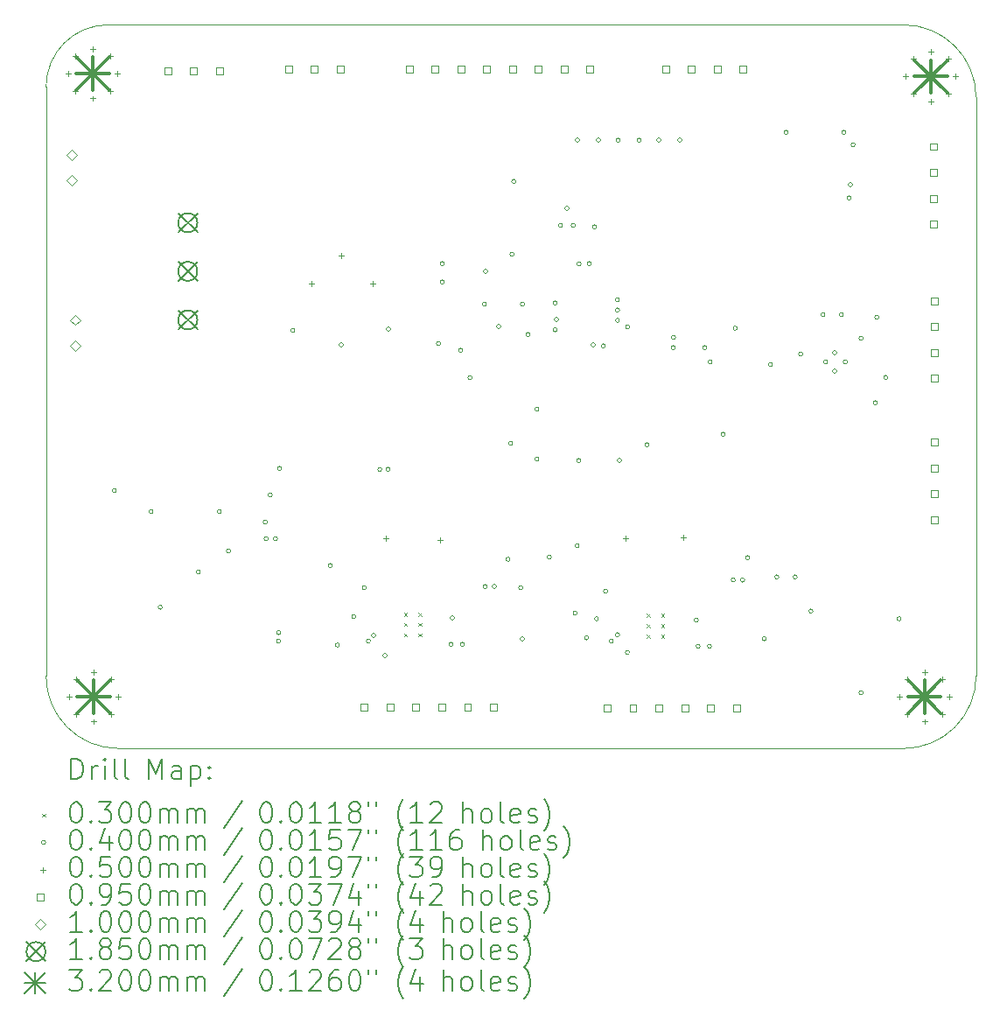
<source format=gbr>
%TF.GenerationSoftware,KiCad,Pcbnew,(7.0.0)*%
%TF.CreationDate,2023-10-26T11:16:49+02:00*%
%TF.ProjectId,Kyttiludzinator,4b797474-696c-4756-947a-696e61746f72,rev?*%
%TF.SameCoordinates,Original*%
%TF.FileFunction,Drillmap*%
%TF.FilePolarity,Positive*%
%FSLAX45Y45*%
G04 Gerber Fmt 4.5, Leading zero omitted, Abs format (unit mm)*
G04 Created by KiCad (PCBNEW (7.0.0)) date 2023-10-26 11:16:49*
%MOMM*%
%LPD*%
G01*
G04 APERTURE LIST*
%ADD10C,0.100000*%
%ADD11C,0.200000*%
%ADD12C,0.030000*%
%ADD13C,0.040000*%
%ADD14C,0.050000*%
%ADD15C,0.095000*%
%ADD16C,0.185000*%
%ADD17C,0.320000*%
G04 APERTURE END LIST*
D10*
X13300000Y-3800000D02*
G75*
G03*
X12700000Y-4400000I0J-600000D01*
G01*
X21700000Y-4500000D02*
X21700000Y-10100000D01*
X12700000Y-4800000D02*
X12700000Y-4400000D01*
X21000000Y-10800000D02*
G75*
G03*
X21700000Y-10100000I0J700000D01*
G01*
X13400000Y-10800000D02*
X21000000Y-10800000D01*
X12700000Y-4800000D02*
X12700000Y-10100000D01*
X12700000Y-10100000D02*
G75*
G03*
X13400000Y-10800000I700000J0D01*
G01*
X21700000Y-4500000D02*
G75*
G03*
X21000000Y-3800000I-700000J0D01*
G01*
X20300000Y-3800000D02*
X21000000Y-3800000D01*
X13300000Y-3800000D02*
X13600000Y-3800000D01*
X13600000Y-3800000D02*
X20300000Y-3800000D01*
D11*
D12*
X16164900Y-9486200D02*
X16194900Y-9516200D01*
X16194900Y-9486200D02*
X16164900Y-9516200D01*
X16164900Y-9586200D02*
X16194900Y-9616200D01*
X16194900Y-9586200D02*
X16164900Y-9616200D01*
X16164900Y-9686200D02*
X16194900Y-9716200D01*
X16194900Y-9686200D02*
X16164900Y-9716200D01*
X16304900Y-9486200D02*
X16334900Y-9516200D01*
X16334900Y-9486200D02*
X16304900Y-9516200D01*
X16304900Y-9586200D02*
X16334900Y-9616200D01*
X16334900Y-9586200D02*
X16304900Y-9616200D01*
X16304900Y-9686200D02*
X16334900Y-9716200D01*
X16334900Y-9686200D02*
X16304900Y-9716200D01*
X18511100Y-9498900D02*
X18541100Y-9528900D01*
X18541100Y-9498900D02*
X18511100Y-9528900D01*
X18511100Y-9598900D02*
X18541100Y-9628900D01*
X18541100Y-9598900D02*
X18511100Y-9628900D01*
X18511100Y-9698900D02*
X18541100Y-9728900D01*
X18541100Y-9698900D02*
X18511100Y-9728900D01*
X18651100Y-9498900D02*
X18681100Y-9528900D01*
X18681100Y-9498900D02*
X18651100Y-9528900D01*
X18651100Y-9598900D02*
X18681100Y-9628900D01*
X18681100Y-9598900D02*
X18651100Y-9628900D01*
X18651100Y-9698900D02*
X18681100Y-9728900D01*
X18681100Y-9698900D02*
X18651100Y-9728900D01*
D13*
X13380400Y-8305800D02*
G75*
G03*
X13380400Y-8305800I-20000J0D01*
G01*
X13735750Y-8507650D02*
G75*
G03*
X13735750Y-8507650I-20000J0D01*
G01*
X13824900Y-9433750D02*
G75*
G03*
X13824900Y-9433750I-20000J0D01*
G01*
X14193200Y-9093200D02*
G75*
G03*
X14193200Y-9093200I-20000J0D01*
G01*
X14396400Y-8509000D02*
G75*
G03*
X14396400Y-8509000I-20000J0D01*
G01*
X14485300Y-8890000D02*
G75*
G03*
X14485300Y-8890000I-20000J0D01*
G01*
X14840900Y-8610600D02*
G75*
G03*
X14840900Y-8610600I-20000J0D01*
G01*
X14850000Y-8770000D02*
G75*
G03*
X14850000Y-8770000I-20000J0D01*
G01*
X14889450Y-8348650D02*
G75*
G03*
X14889450Y-8348650I-20000J0D01*
G01*
X14940000Y-8770000D02*
G75*
G03*
X14940000Y-8770000I-20000J0D01*
G01*
X14970000Y-9680000D02*
G75*
G03*
X14970000Y-9680000I-20000J0D01*
G01*
X14970000Y-9760000D02*
G75*
G03*
X14970000Y-9760000I-20000J0D01*
G01*
X14980600Y-8089900D02*
G75*
G03*
X14980600Y-8089900I-20000J0D01*
G01*
X15107600Y-6756400D02*
G75*
G03*
X15107600Y-6756400I-20000J0D01*
G01*
X15469550Y-9030000D02*
G75*
G03*
X15469550Y-9030000I-20000J0D01*
G01*
X15540000Y-9800000D02*
G75*
G03*
X15540000Y-9800000I-20000J0D01*
G01*
X15577500Y-6896100D02*
G75*
G03*
X15577500Y-6896100I-20000J0D01*
G01*
X15698400Y-9525000D02*
G75*
G03*
X15698400Y-9525000I-20000J0D01*
G01*
X15800000Y-9245600D02*
G75*
G03*
X15800000Y-9245600I-20000J0D01*
G01*
X15840000Y-9760000D02*
G75*
G03*
X15840000Y-9760000I-20000J0D01*
G01*
X15890000Y-9706392D02*
G75*
G03*
X15890000Y-9706392I-20000J0D01*
G01*
X15950000Y-8100000D02*
G75*
G03*
X15950000Y-8100000I-20000J0D01*
G01*
X16000000Y-9900000D02*
G75*
G03*
X16000000Y-9900000I-20000J0D01*
G01*
X16030000Y-8100000D02*
G75*
G03*
X16030000Y-8100000I-20000J0D01*
G01*
X16034700Y-6743700D02*
G75*
G03*
X16034700Y-6743700I-20000J0D01*
G01*
X16517300Y-6883400D02*
G75*
G03*
X16517300Y-6883400I-20000J0D01*
G01*
X16555400Y-6108700D02*
G75*
G03*
X16555400Y-6108700I-20000J0D01*
G01*
X16555400Y-6286500D02*
G75*
G03*
X16555400Y-6286500I-20000J0D01*
G01*
X16638300Y-9791700D02*
G75*
G03*
X16638300Y-9791700I-20000J0D01*
G01*
X16650900Y-9537700D02*
G75*
G03*
X16650900Y-9537700I-20000J0D01*
G01*
X16733200Y-6946900D02*
G75*
G03*
X16733200Y-6946900I-20000J0D01*
G01*
X16748300Y-9791700D02*
G75*
G03*
X16748300Y-9791700I-20000J0D01*
G01*
X16822100Y-7213600D02*
G75*
G03*
X16822100Y-7213600I-20000J0D01*
G01*
X16961800Y-6502400D02*
G75*
G03*
X16961800Y-6502400I-20000J0D01*
G01*
X16968400Y-9232900D02*
G75*
G03*
X16968400Y-9232900I-20000J0D01*
G01*
X16974500Y-6184900D02*
G75*
G03*
X16974500Y-6184900I-20000J0D01*
G01*
X17057300Y-9232900D02*
G75*
G03*
X17057300Y-9232900I-20000J0D01*
G01*
X17101500Y-6718300D02*
G75*
G03*
X17101500Y-6718300I-20000J0D01*
G01*
X17190800Y-8970000D02*
G75*
G03*
X17190800Y-8970000I-20000J0D01*
G01*
X17215800Y-7848600D02*
G75*
G03*
X17215800Y-7848600I-20000J0D01*
G01*
X17228500Y-6019800D02*
G75*
G03*
X17228500Y-6019800I-20000J0D01*
G01*
X17245870Y-5314130D02*
G75*
G03*
X17245870Y-5314130I-20000J0D01*
G01*
X17314600Y-9245600D02*
G75*
G03*
X17314600Y-9245600I-20000J0D01*
G01*
X17330000Y-9740000D02*
G75*
G03*
X17330000Y-9740000I-20000J0D01*
G01*
X17330100Y-6502400D02*
G75*
G03*
X17330100Y-6502400I-20000J0D01*
G01*
X17384050Y-6795000D02*
G75*
G03*
X17384050Y-6795000I-20000J0D01*
G01*
X17469800Y-7518400D02*
G75*
G03*
X17469800Y-7518400I-20000J0D01*
G01*
X17469800Y-8001000D02*
G75*
G03*
X17469800Y-8001000I-20000J0D01*
G01*
X17590000Y-8950000D02*
G75*
G03*
X17590000Y-8950000I-20000J0D01*
G01*
X17647600Y-6489700D02*
G75*
G03*
X17647600Y-6489700I-20000J0D01*
G01*
X17647600Y-6749700D02*
G75*
G03*
X17647600Y-6749700I-20000J0D01*
G01*
X17660300Y-6649700D02*
G75*
G03*
X17660300Y-6649700I-20000J0D01*
G01*
X17698400Y-5740400D02*
G75*
G03*
X17698400Y-5740400I-20000J0D01*
G01*
X17761900Y-5575300D02*
G75*
G03*
X17761900Y-5575300I-20000J0D01*
G01*
X17822250Y-5740400D02*
G75*
G03*
X17822250Y-5740400I-20000J0D01*
G01*
X17840000Y-9490000D02*
G75*
G03*
X17840000Y-9490000I-20000J0D01*
G01*
X17860000Y-8840000D02*
G75*
G03*
X17860000Y-8840000I-20000J0D01*
G01*
X17863500Y-4914900D02*
G75*
G03*
X17863500Y-4914900I-20000J0D01*
G01*
X17876200Y-8013700D02*
G75*
G03*
X17876200Y-8013700I-20000J0D01*
G01*
X17877862Y-6110263D02*
G75*
G03*
X17877862Y-6110263I-20000J0D01*
G01*
X17950000Y-9730000D02*
G75*
G03*
X17950000Y-9730000I-20000J0D01*
G01*
X17977800Y-6108700D02*
G75*
G03*
X17977800Y-6108700I-20000J0D01*
G01*
X18014951Y-6896014D02*
G75*
G03*
X18014951Y-6896014I-20000J0D01*
G01*
X18028600Y-5753100D02*
G75*
G03*
X18028600Y-5753100I-20000J0D01*
G01*
X18046900Y-9546100D02*
G75*
G03*
X18046900Y-9546100I-20000J0D01*
G01*
X18066700Y-4914900D02*
G75*
G03*
X18066700Y-4914900I-20000J0D01*
G01*
X18114490Y-6905068D02*
G75*
G03*
X18114490Y-6905068I-20000J0D01*
G01*
X18135800Y-9279400D02*
G75*
G03*
X18135800Y-9279400I-20000J0D01*
G01*
X18190000Y-9760000D02*
G75*
G03*
X18190000Y-9760000I-20000J0D01*
G01*
X18248805Y-6458805D02*
G75*
G03*
X18248805Y-6458805I-20000J0D01*
G01*
X18249989Y-6658697D02*
G75*
G03*
X18249989Y-6658697I-20000J0D01*
G01*
X18250000Y-9700000D02*
G75*
G03*
X18250000Y-9700000I-20000J0D01*
G01*
X18250115Y-6558746D02*
G75*
G03*
X18250115Y-6558746I-20000J0D01*
G01*
X18257200Y-4914900D02*
G75*
G03*
X18257200Y-4914900I-20000J0D01*
G01*
X18269900Y-8013700D02*
G75*
G03*
X18269900Y-8013700I-20000J0D01*
G01*
X18346100Y-9870000D02*
G75*
G03*
X18346100Y-9870000I-20000J0D01*
G01*
X18348261Y-6722150D02*
G75*
G03*
X18348261Y-6722150I-20000J0D01*
G01*
X18460400Y-4914900D02*
G75*
G03*
X18460400Y-4914900I-20000J0D01*
G01*
X18536600Y-7861300D02*
G75*
G03*
X18536600Y-7861300I-20000J0D01*
G01*
X18650900Y-4914900D02*
G75*
G03*
X18650900Y-4914900I-20000J0D01*
G01*
X18789554Y-6922080D02*
G75*
G03*
X18789554Y-6922080I-20000J0D01*
G01*
X18791572Y-6822150D02*
G75*
G03*
X18791572Y-6822150I-20000J0D01*
G01*
X18854100Y-4914900D02*
G75*
G03*
X18854100Y-4914900I-20000J0D01*
G01*
X19012100Y-9558800D02*
G75*
G03*
X19012100Y-9558800I-20000J0D01*
G01*
X19030000Y-9810000D02*
G75*
G03*
X19030000Y-9810000I-20000J0D01*
G01*
X19095400Y-6921500D02*
G75*
G03*
X19095400Y-6921500I-20000J0D01*
G01*
X19140000Y-9810000D02*
G75*
G03*
X19140000Y-9810000I-20000J0D01*
G01*
X19146200Y-7061200D02*
G75*
G03*
X19146200Y-7061200I-20000J0D01*
G01*
X19273200Y-7759700D02*
G75*
G03*
X19273200Y-7759700I-20000J0D01*
G01*
X19370000Y-9170000D02*
G75*
G03*
X19370000Y-9170000I-20000J0D01*
G01*
X19390000Y-6734750D02*
G75*
G03*
X19390000Y-6734750I-20000J0D01*
G01*
X19460500Y-9170700D02*
G75*
G03*
X19460500Y-9170700I-20000J0D01*
G01*
X19508400Y-8953500D02*
G75*
G03*
X19508400Y-8953500I-20000J0D01*
G01*
X19670000Y-9740000D02*
G75*
G03*
X19670000Y-9740000I-20000J0D01*
G01*
X19730400Y-7086600D02*
G75*
G03*
X19730400Y-7086600I-20000J0D01*
G01*
X19791700Y-9141000D02*
G75*
G03*
X19791700Y-9141000I-20000J0D01*
G01*
X19882800Y-4838700D02*
G75*
G03*
X19882800Y-4838700I-20000J0D01*
G01*
X19969500Y-9141000D02*
G75*
G03*
X19969500Y-9141000I-20000J0D01*
G01*
X20022500Y-6985000D02*
G75*
G03*
X20022500Y-6985000I-20000J0D01*
G01*
X20121900Y-9471200D02*
G75*
G03*
X20121900Y-9471200I-20000J0D01*
G01*
X20238400Y-6604000D02*
G75*
G03*
X20238400Y-6604000I-20000J0D01*
G01*
X20263800Y-7061200D02*
G75*
G03*
X20263800Y-7061200I-20000J0D01*
G01*
X20352700Y-6972300D02*
G75*
G03*
X20352700Y-6972300I-20000J0D01*
G01*
X20352700Y-7150100D02*
G75*
G03*
X20352700Y-7150100I-20000J0D01*
G01*
X20416200Y-6604000D02*
G75*
G03*
X20416200Y-6604000I-20000J0D01*
G01*
X20441600Y-4838700D02*
G75*
G03*
X20441600Y-4838700I-20000J0D01*
G01*
X20454300Y-7061200D02*
G75*
G03*
X20454300Y-7061200I-20000J0D01*
G01*
X20492400Y-5473700D02*
G75*
G03*
X20492400Y-5473700I-20000J0D01*
G01*
X20505100Y-5346700D02*
G75*
G03*
X20505100Y-5346700I-20000J0D01*
G01*
X20530000Y-4960000D02*
G75*
G03*
X20530000Y-4960000I-20000J0D01*
G01*
X20606700Y-6832600D02*
G75*
G03*
X20606700Y-6832600I-20000J0D01*
G01*
X20606700Y-10261600D02*
G75*
G03*
X20606700Y-10261600I-20000J0D01*
G01*
X20746400Y-7454900D02*
G75*
G03*
X20746400Y-7454900I-20000J0D01*
G01*
X20759100Y-6629400D02*
G75*
G03*
X20759100Y-6629400I-20000J0D01*
G01*
X20845580Y-7211180D02*
G75*
G03*
X20845580Y-7211180I-20000J0D01*
G01*
X20975000Y-9545700D02*
G75*
G03*
X20975000Y-9545700I-20000J0D01*
G01*
D14*
X12912594Y-4246806D02*
X12912594Y-4296806D01*
X12887594Y-4271806D02*
X12937594Y-4271806D01*
X12920000Y-10275000D02*
X12920000Y-10325000D01*
X12895000Y-10300000D02*
X12945000Y-10300000D01*
X12982889Y-4077100D02*
X12982889Y-4127100D01*
X12957889Y-4102100D02*
X13007889Y-4102100D01*
X12982889Y-4416511D02*
X12982889Y-4466511D01*
X12957889Y-4441511D02*
X13007889Y-4441511D01*
X12990294Y-10105294D02*
X12990294Y-10155294D01*
X12965294Y-10130294D02*
X13015294Y-10130294D01*
X12990294Y-10444706D02*
X12990294Y-10494706D01*
X12965294Y-10469706D02*
X13015294Y-10469706D01*
X13152594Y-4006806D02*
X13152594Y-4056806D01*
X13127594Y-4031806D02*
X13177594Y-4031806D01*
X13152594Y-4486806D02*
X13152594Y-4536806D01*
X13127594Y-4511806D02*
X13177594Y-4511806D01*
X13160000Y-10035000D02*
X13160000Y-10085000D01*
X13135000Y-10060000D02*
X13185000Y-10060000D01*
X13160000Y-10515000D02*
X13160000Y-10565000D01*
X13135000Y-10540000D02*
X13185000Y-10540000D01*
X13322300Y-4077100D02*
X13322300Y-4127100D01*
X13297300Y-4102100D02*
X13347300Y-4102100D01*
X13322300Y-4416511D02*
X13322300Y-4466511D01*
X13297300Y-4441511D02*
X13347300Y-4441511D01*
X13329706Y-10105294D02*
X13329706Y-10155294D01*
X13304706Y-10130294D02*
X13354706Y-10130294D01*
X13329706Y-10444706D02*
X13329706Y-10494706D01*
X13304706Y-10469706D02*
X13354706Y-10469706D01*
X13392594Y-4246806D02*
X13392594Y-4296806D01*
X13367594Y-4271806D02*
X13417594Y-4271806D01*
X13400000Y-10275000D02*
X13400000Y-10325000D01*
X13375000Y-10300000D02*
X13425000Y-10300000D01*
X15265400Y-6274200D02*
X15265400Y-6324200D01*
X15240400Y-6299200D02*
X15290400Y-6299200D01*
X15557500Y-6007500D02*
X15557500Y-6057500D01*
X15532500Y-6032500D02*
X15582500Y-6032500D01*
X15862300Y-6274200D02*
X15862300Y-6324200D01*
X15837300Y-6299200D02*
X15887300Y-6299200D01*
X15989300Y-8738000D02*
X15989300Y-8788000D01*
X15964300Y-8763000D02*
X16014300Y-8763000D01*
X16510000Y-8755000D02*
X16510000Y-8805000D01*
X16485000Y-8780000D02*
X16535000Y-8780000D01*
X18310000Y-8745000D02*
X18310000Y-8795000D01*
X18285000Y-8770000D02*
X18335000Y-8770000D01*
X18870000Y-8735000D02*
X18870000Y-8785000D01*
X18845000Y-8760000D02*
X18895000Y-8760000D01*
X20960000Y-10275000D02*
X20960000Y-10325000D01*
X20935000Y-10300000D02*
X20985000Y-10300000D01*
X21020000Y-4275000D02*
X21020000Y-4325000D01*
X20995000Y-4300000D02*
X21045000Y-4300000D01*
X21030294Y-10105294D02*
X21030294Y-10155294D01*
X21005294Y-10130294D02*
X21055294Y-10130294D01*
X21030294Y-10444706D02*
X21030294Y-10494706D01*
X21005294Y-10469706D02*
X21055294Y-10469706D01*
X21090294Y-4105294D02*
X21090294Y-4155294D01*
X21065294Y-4130294D02*
X21115294Y-4130294D01*
X21090294Y-4444706D02*
X21090294Y-4494706D01*
X21065294Y-4469706D02*
X21115294Y-4469706D01*
X21200000Y-10035000D02*
X21200000Y-10085000D01*
X21175000Y-10060000D02*
X21225000Y-10060000D01*
X21200000Y-10515000D02*
X21200000Y-10565000D01*
X21175000Y-10540000D02*
X21225000Y-10540000D01*
X21260000Y-4035000D02*
X21260000Y-4085000D01*
X21235000Y-4060000D02*
X21285000Y-4060000D01*
X21260000Y-4515000D02*
X21260000Y-4565000D01*
X21235000Y-4540000D02*
X21285000Y-4540000D01*
X21369706Y-10105294D02*
X21369706Y-10155294D01*
X21344706Y-10130294D02*
X21394706Y-10130294D01*
X21369706Y-10444706D02*
X21369706Y-10494706D01*
X21344706Y-10469706D02*
X21394706Y-10469706D01*
X21429706Y-4105294D02*
X21429706Y-4155294D01*
X21404706Y-4130294D02*
X21454706Y-4130294D01*
X21429706Y-4444706D02*
X21429706Y-4494706D01*
X21404706Y-4469706D02*
X21454706Y-4469706D01*
X21440000Y-10275000D02*
X21440000Y-10325000D01*
X21415000Y-10300000D02*
X21465000Y-10300000D01*
X21500000Y-4275000D02*
X21500000Y-4325000D01*
X21475000Y-4300000D02*
X21525000Y-4300000D01*
D15*
X13909988Y-4275388D02*
X13909988Y-4208212D01*
X13842812Y-4208212D01*
X13842812Y-4275388D01*
X13909988Y-4275388D01*
X14159988Y-4275388D02*
X14159988Y-4208212D01*
X14092812Y-4208212D01*
X14092812Y-4275388D01*
X14159988Y-4275388D01*
X14409988Y-4275388D02*
X14409988Y-4208212D01*
X14342812Y-4208212D01*
X14342812Y-4275388D01*
X14409988Y-4275388D01*
X15078388Y-4262688D02*
X15078388Y-4195512D01*
X15011212Y-4195512D01*
X15011212Y-4262688D01*
X15078388Y-4262688D01*
X15328388Y-4262688D02*
X15328388Y-4195512D01*
X15261212Y-4195512D01*
X15261212Y-4262688D01*
X15328388Y-4262688D01*
X15578388Y-4262688D02*
X15578388Y-4195512D01*
X15511212Y-4195512D01*
X15511212Y-4262688D01*
X15578388Y-4262688D01*
X15813588Y-10433588D02*
X15813588Y-10366412D01*
X15746412Y-10366412D01*
X15746412Y-10433588D01*
X15813588Y-10433588D01*
X16063588Y-10433588D02*
X16063588Y-10366412D01*
X15996412Y-10366412D01*
X15996412Y-10433588D01*
X16063588Y-10433588D01*
X16246788Y-4262688D02*
X16246788Y-4195512D01*
X16179612Y-4195512D01*
X16179612Y-4262688D01*
X16246788Y-4262688D01*
X16313588Y-10433588D02*
X16313588Y-10366412D01*
X16246412Y-10366412D01*
X16246412Y-10433588D01*
X16313588Y-10433588D01*
X16496788Y-4262688D02*
X16496788Y-4195512D01*
X16429612Y-4195512D01*
X16429612Y-4262688D01*
X16496788Y-4262688D01*
X16563588Y-10433588D02*
X16563588Y-10366412D01*
X16496412Y-10366412D01*
X16496412Y-10433588D01*
X16563588Y-10433588D01*
X16746788Y-4262688D02*
X16746788Y-4195512D01*
X16679612Y-4195512D01*
X16679612Y-4262688D01*
X16746788Y-4262688D01*
X16813588Y-10433588D02*
X16813588Y-10366412D01*
X16746412Y-10366412D01*
X16746412Y-10433588D01*
X16813588Y-10433588D01*
X16996788Y-4262688D02*
X16996788Y-4195512D01*
X16929612Y-4195512D01*
X16929612Y-4262688D01*
X16996788Y-4262688D01*
X17063588Y-10433588D02*
X17063588Y-10366412D01*
X16996412Y-10366412D01*
X16996412Y-10433588D01*
X17063588Y-10433588D01*
X17246788Y-4262688D02*
X17246788Y-4195512D01*
X17179612Y-4195512D01*
X17179612Y-4262688D01*
X17246788Y-4262688D01*
X17496788Y-4262688D02*
X17496788Y-4195512D01*
X17429612Y-4195512D01*
X17429612Y-4262688D01*
X17496788Y-4262688D01*
X17746788Y-4262688D02*
X17746788Y-4195512D01*
X17679612Y-4195512D01*
X17679612Y-4262688D01*
X17746788Y-4262688D01*
X17996788Y-4262688D02*
X17996788Y-4195512D01*
X17929612Y-4195512D01*
X17929612Y-4262688D01*
X17996788Y-4262688D01*
X18163588Y-10443588D02*
X18163588Y-10376412D01*
X18096412Y-10376412D01*
X18096412Y-10443588D01*
X18163588Y-10443588D01*
X18413588Y-10443588D02*
X18413588Y-10376412D01*
X18346412Y-10376412D01*
X18346412Y-10443588D01*
X18413588Y-10443588D01*
X18663588Y-10443588D02*
X18663588Y-10376412D01*
X18596412Y-10376412D01*
X18596412Y-10443588D01*
X18663588Y-10443588D01*
X18727288Y-4262688D02*
X18727288Y-4195512D01*
X18660112Y-4195512D01*
X18660112Y-4262688D01*
X18727288Y-4262688D01*
X18913588Y-10443588D02*
X18913588Y-10376412D01*
X18846412Y-10376412D01*
X18846412Y-10443588D01*
X18913588Y-10443588D01*
X18977288Y-4262688D02*
X18977288Y-4195512D01*
X18910112Y-4195512D01*
X18910112Y-4262688D01*
X18977288Y-4262688D01*
X19163588Y-10443588D02*
X19163588Y-10376412D01*
X19096412Y-10376412D01*
X19096412Y-10443588D01*
X19163588Y-10443588D01*
X19227288Y-4262688D02*
X19227288Y-4195512D01*
X19160112Y-4195512D01*
X19160112Y-4262688D01*
X19227288Y-4262688D01*
X19413588Y-10443588D02*
X19413588Y-10376412D01*
X19346412Y-10376412D01*
X19346412Y-10443588D01*
X19413588Y-10443588D01*
X19477288Y-4262688D02*
X19477288Y-4195512D01*
X19410112Y-4195512D01*
X19410112Y-4262688D01*
X19477288Y-4262688D01*
X21318788Y-5011288D02*
X21318788Y-4944112D01*
X21251612Y-4944112D01*
X21251612Y-5011288D01*
X21318788Y-5011288D01*
X21318788Y-5261288D02*
X21318788Y-5194112D01*
X21251612Y-5194112D01*
X21251612Y-5261288D01*
X21318788Y-5261288D01*
X21318788Y-5511288D02*
X21318788Y-5444112D01*
X21251612Y-5444112D01*
X21251612Y-5511288D01*
X21318788Y-5511288D01*
X21318788Y-5761288D02*
X21318788Y-5694112D01*
X21251612Y-5694112D01*
X21251612Y-5761288D01*
X21318788Y-5761288D01*
X21329388Y-6503888D02*
X21329388Y-6436712D01*
X21262212Y-6436712D01*
X21262212Y-6503888D01*
X21329388Y-6503888D01*
X21329388Y-6753888D02*
X21329388Y-6686712D01*
X21262212Y-6686712D01*
X21262212Y-6753888D01*
X21329388Y-6753888D01*
X21329388Y-7003888D02*
X21329388Y-6936712D01*
X21262212Y-6936712D01*
X21262212Y-7003888D01*
X21329388Y-7003888D01*
X21329388Y-7253888D02*
X21329388Y-7186712D01*
X21262212Y-7186712D01*
X21262212Y-7253888D01*
X21329388Y-7253888D01*
X21329388Y-7869488D02*
X21329388Y-7802312D01*
X21262212Y-7802312D01*
X21262212Y-7869488D01*
X21329388Y-7869488D01*
X21329388Y-8119488D02*
X21329388Y-8052312D01*
X21262212Y-8052312D01*
X21262212Y-8119488D01*
X21329388Y-8119488D01*
X21329388Y-8369488D02*
X21329388Y-8302312D01*
X21262212Y-8302312D01*
X21262212Y-8369488D01*
X21329388Y-8369488D01*
X21329388Y-8619488D02*
X21329388Y-8552312D01*
X21262212Y-8552312D01*
X21262212Y-8619488D01*
X21329388Y-8619488D01*
D10*
X12948500Y-5106600D02*
X12998500Y-5056600D01*
X12948500Y-5006600D01*
X12898500Y-5056600D01*
X12948500Y-5106600D01*
X12948500Y-5356600D02*
X12998500Y-5306600D01*
X12948500Y-5256600D01*
X12898500Y-5306600D01*
X12948500Y-5356600D01*
X12979400Y-6704800D02*
X13029400Y-6654800D01*
X12979400Y-6604800D01*
X12929400Y-6654800D01*
X12979400Y-6704800D01*
X12979400Y-6954800D02*
X13029400Y-6904800D01*
X12979400Y-6854800D01*
X12929400Y-6904800D01*
X12979400Y-6954800D01*
D16*
X13979300Y-5622000D02*
X14164300Y-5807000D01*
X14164300Y-5622000D02*
X13979300Y-5807000D01*
X14164300Y-5714500D02*
G75*
G03*
X14164300Y-5714500I-92500J0D01*
G01*
X13979300Y-6092000D02*
X14164300Y-6277000D01*
X14164300Y-6092000D02*
X13979300Y-6277000D01*
X14164300Y-6184500D02*
G75*
G03*
X14164300Y-6184500I-92500J0D01*
G01*
X13979300Y-6562000D02*
X14164300Y-6747000D01*
X14164300Y-6562000D02*
X13979300Y-6747000D01*
X14164300Y-6654500D02*
G75*
G03*
X14164300Y-6654500I-92500J0D01*
G01*
D17*
X12992594Y-4111806D02*
X13312594Y-4431806D01*
X13312594Y-4111806D02*
X12992594Y-4431806D01*
X13152594Y-4111806D02*
X13152594Y-4431806D01*
X12992594Y-4271806D02*
X13312594Y-4271806D01*
X13000000Y-10140000D02*
X13320000Y-10460000D01*
X13320000Y-10140000D02*
X13000000Y-10460000D01*
X13160000Y-10140000D02*
X13160000Y-10460000D01*
X13000000Y-10300000D02*
X13320000Y-10300000D01*
X21040000Y-10140000D02*
X21360000Y-10460000D01*
X21360000Y-10140000D02*
X21040000Y-10460000D01*
X21200000Y-10140000D02*
X21200000Y-10460000D01*
X21040000Y-10300000D02*
X21360000Y-10300000D01*
X21100000Y-4140000D02*
X21420000Y-4460000D01*
X21420000Y-4140000D02*
X21100000Y-4460000D01*
X21260000Y-4140000D02*
X21260000Y-4460000D01*
X21100000Y-4300000D02*
X21420000Y-4300000D01*
D11*
X12942619Y-11098476D02*
X12942619Y-10898476D01*
X12942619Y-10898476D02*
X12990238Y-10898476D01*
X12990238Y-10898476D02*
X13018809Y-10908000D01*
X13018809Y-10908000D02*
X13037857Y-10927048D01*
X13037857Y-10927048D02*
X13047381Y-10946095D01*
X13047381Y-10946095D02*
X13056905Y-10984190D01*
X13056905Y-10984190D02*
X13056905Y-11012762D01*
X13056905Y-11012762D02*
X13047381Y-11050857D01*
X13047381Y-11050857D02*
X13037857Y-11069905D01*
X13037857Y-11069905D02*
X13018809Y-11088952D01*
X13018809Y-11088952D02*
X12990238Y-11098476D01*
X12990238Y-11098476D02*
X12942619Y-11098476D01*
X13142619Y-11098476D02*
X13142619Y-10965143D01*
X13142619Y-11003238D02*
X13152143Y-10984190D01*
X13152143Y-10984190D02*
X13161667Y-10974667D01*
X13161667Y-10974667D02*
X13180714Y-10965143D01*
X13180714Y-10965143D02*
X13199762Y-10965143D01*
X13266428Y-11098476D02*
X13266428Y-10965143D01*
X13266428Y-10898476D02*
X13256905Y-10908000D01*
X13256905Y-10908000D02*
X13266428Y-10917524D01*
X13266428Y-10917524D02*
X13275952Y-10908000D01*
X13275952Y-10908000D02*
X13266428Y-10898476D01*
X13266428Y-10898476D02*
X13266428Y-10917524D01*
X13390238Y-11098476D02*
X13371190Y-11088952D01*
X13371190Y-11088952D02*
X13361667Y-11069905D01*
X13361667Y-11069905D02*
X13361667Y-10898476D01*
X13495000Y-11098476D02*
X13475952Y-11088952D01*
X13475952Y-11088952D02*
X13466428Y-11069905D01*
X13466428Y-11069905D02*
X13466428Y-10898476D01*
X13691190Y-11098476D02*
X13691190Y-10898476D01*
X13691190Y-10898476D02*
X13757857Y-11041333D01*
X13757857Y-11041333D02*
X13824524Y-10898476D01*
X13824524Y-10898476D02*
X13824524Y-11098476D01*
X14005476Y-11098476D02*
X14005476Y-10993714D01*
X14005476Y-10993714D02*
X13995952Y-10974667D01*
X13995952Y-10974667D02*
X13976905Y-10965143D01*
X13976905Y-10965143D02*
X13938809Y-10965143D01*
X13938809Y-10965143D02*
X13919762Y-10974667D01*
X14005476Y-11088952D02*
X13986428Y-11098476D01*
X13986428Y-11098476D02*
X13938809Y-11098476D01*
X13938809Y-11098476D02*
X13919762Y-11088952D01*
X13919762Y-11088952D02*
X13910238Y-11069905D01*
X13910238Y-11069905D02*
X13910238Y-11050857D01*
X13910238Y-11050857D02*
X13919762Y-11031810D01*
X13919762Y-11031810D02*
X13938809Y-11022286D01*
X13938809Y-11022286D02*
X13986428Y-11022286D01*
X13986428Y-11022286D02*
X14005476Y-11012762D01*
X14100714Y-10965143D02*
X14100714Y-11165143D01*
X14100714Y-10974667D02*
X14119762Y-10965143D01*
X14119762Y-10965143D02*
X14157857Y-10965143D01*
X14157857Y-10965143D02*
X14176905Y-10974667D01*
X14176905Y-10974667D02*
X14186428Y-10984190D01*
X14186428Y-10984190D02*
X14195952Y-11003238D01*
X14195952Y-11003238D02*
X14195952Y-11060381D01*
X14195952Y-11060381D02*
X14186428Y-11079429D01*
X14186428Y-11079429D02*
X14176905Y-11088952D01*
X14176905Y-11088952D02*
X14157857Y-11098476D01*
X14157857Y-11098476D02*
X14119762Y-11098476D01*
X14119762Y-11098476D02*
X14100714Y-11088952D01*
X14281667Y-11079429D02*
X14291190Y-11088952D01*
X14291190Y-11088952D02*
X14281667Y-11098476D01*
X14281667Y-11098476D02*
X14272143Y-11088952D01*
X14272143Y-11088952D02*
X14281667Y-11079429D01*
X14281667Y-11079429D02*
X14281667Y-11098476D01*
X14281667Y-10974667D02*
X14291190Y-10984190D01*
X14291190Y-10984190D02*
X14281667Y-10993714D01*
X14281667Y-10993714D02*
X14272143Y-10984190D01*
X14272143Y-10984190D02*
X14281667Y-10974667D01*
X14281667Y-10974667D02*
X14281667Y-10993714D01*
D12*
X12665000Y-11430000D02*
X12695000Y-11460000D01*
X12695000Y-11430000D02*
X12665000Y-11460000D01*
D11*
X12980714Y-11318476D02*
X12999762Y-11318476D01*
X12999762Y-11318476D02*
X13018809Y-11328000D01*
X13018809Y-11328000D02*
X13028333Y-11337524D01*
X13028333Y-11337524D02*
X13037857Y-11356571D01*
X13037857Y-11356571D02*
X13047381Y-11394667D01*
X13047381Y-11394667D02*
X13047381Y-11442286D01*
X13047381Y-11442286D02*
X13037857Y-11480381D01*
X13037857Y-11480381D02*
X13028333Y-11499428D01*
X13028333Y-11499428D02*
X13018809Y-11508952D01*
X13018809Y-11508952D02*
X12999762Y-11518476D01*
X12999762Y-11518476D02*
X12980714Y-11518476D01*
X12980714Y-11518476D02*
X12961667Y-11508952D01*
X12961667Y-11508952D02*
X12952143Y-11499428D01*
X12952143Y-11499428D02*
X12942619Y-11480381D01*
X12942619Y-11480381D02*
X12933095Y-11442286D01*
X12933095Y-11442286D02*
X12933095Y-11394667D01*
X12933095Y-11394667D02*
X12942619Y-11356571D01*
X12942619Y-11356571D02*
X12952143Y-11337524D01*
X12952143Y-11337524D02*
X12961667Y-11328000D01*
X12961667Y-11328000D02*
X12980714Y-11318476D01*
X13133095Y-11499428D02*
X13142619Y-11508952D01*
X13142619Y-11508952D02*
X13133095Y-11518476D01*
X13133095Y-11518476D02*
X13123571Y-11508952D01*
X13123571Y-11508952D02*
X13133095Y-11499428D01*
X13133095Y-11499428D02*
X13133095Y-11518476D01*
X13209286Y-11318476D02*
X13333095Y-11318476D01*
X13333095Y-11318476D02*
X13266428Y-11394667D01*
X13266428Y-11394667D02*
X13295000Y-11394667D01*
X13295000Y-11394667D02*
X13314048Y-11404190D01*
X13314048Y-11404190D02*
X13323571Y-11413714D01*
X13323571Y-11413714D02*
X13333095Y-11432762D01*
X13333095Y-11432762D02*
X13333095Y-11480381D01*
X13333095Y-11480381D02*
X13323571Y-11499428D01*
X13323571Y-11499428D02*
X13314048Y-11508952D01*
X13314048Y-11508952D02*
X13295000Y-11518476D01*
X13295000Y-11518476D02*
X13237857Y-11518476D01*
X13237857Y-11518476D02*
X13218809Y-11508952D01*
X13218809Y-11508952D02*
X13209286Y-11499428D01*
X13456905Y-11318476D02*
X13475952Y-11318476D01*
X13475952Y-11318476D02*
X13495000Y-11328000D01*
X13495000Y-11328000D02*
X13504524Y-11337524D01*
X13504524Y-11337524D02*
X13514048Y-11356571D01*
X13514048Y-11356571D02*
X13523571Y-11394667D01*
X13523571Y-11394667D02*
X13523571Y-11442286D01*
X13523571Y-11442286D02*
X13514048Y-11480381D01*
X13514048Y-11480381D02*
X13504524Y-11499428D01*
X13504524Y-11499428D02*
X13495000Y-11508952D01*
X13495000Y-11508952D02*
X13475952Y-11518476D01*
X13475952Y-11518476D02*
X13456905Y-11518476D01*
X13456905Y-11518476D02*
X13437857Y-11508952D01*
X13437857Y-11508952D02*
X13428333Y-11499428D01*
X13428333Y-11499428D02*
X13418809Y-11480381D01*
X13418809Y-11480381D02*
X13409286Y-11442286D01*
X13409286Y-11442286D02*
X13409286Y-11394667D01*
X13409286Y-11394667D02*
X13418809Y-11356571D01*
X13418809Y-11356571D02*
X13428333Y-11337524D01*
X13428333Y-11337524D02*
X13437857Y-11328000D01*
X13437857Y-11328000D02*
X13456905Y-11318476D01*
X13647381Y-11318476D02*
X13666429Y-11318476D01*
X13666429Y-11318476D02*
X13685476Y-11328000D01*
X13685476Y-11328000D02*
X13695000Y-11337524D01*
X13695000Y-11337524D02*
X13704524Y-11356571D01*
X13704524Y-11356571D02*
X13714048Y-11394667D01*
X13714048Y-11394667D02*
X13714048Y-11442286D01*
X13714048Y-11442286D02*
X13704524Y-11480381D01*
X13704524Y-11480381D02*
X13695000Y-11499428D01*
X13695000Y-11499428D02*
X13685476Y-11508952D01*
X13685476Y-11508952D02*
X13666429Y-11518476D01*
X13666429Y-11518476D02*
X13647381Y-11518476D01*
X13647381Y-11518476D02*
X13628333Y-11508952D01*
X13628333Y-11508952D02*
X13618809Y-11499428D01*
X13618809Y-11499428D02*
X13609286Y-11480381D01*
X13609286Y-11480381D02*
X13599762Y-11442286D01*
X13599762Y-11442286D02*
X13599762Y-11394667D01*
X13599762Y-11394667D02*
X13609286Y-11356571D01*
X13609286Y-11356571D02*
X13618809Y-11337524D01*
X13618809Y-11337524D02*
X13628333Y-11328000D01*
X13628333Y-11328000D02*
X13647381Y-11318476D01*
X13799762Y-11518476D02*
X13799762Y-11385143D01*
X13799762Y-11404190D02*
X13809286Y-11394667D01*
X13809286Y-11394667D02*
X13828333Y-11385143D01*
X13828333Y-11385143D02*
X13856905Y-11385143D01*
X13856905Y-11385143D02*
X13875952Y-11394667D01*
X13875952Y-11394667D02*
X13885476Y-11413714D01*
X13885476Y-11413714D02*
X13885476Y-11518476D01*
X13885476Y-11413714D02*
X13895000Y-11394667D01*
X13895000Y-11394667D02*
X13914048Y-11385143D01*
X13914048Y-11385143D02*
X13942619Y-11385143D01*
X13942619Y-11385143D02*
X13961667Y-11394667D01*
X13961667Y-11394667D02*
X13971190Y-11413714D01*
X13971190Y-11413714D02*
X13971190Y-11518476D01*
X14066429Y-11518476D02*
X14066429Y-11385143D01*
X14066429Y-11404190D02*
X14075952Y-11394667D01*
X14075952Y-11394667D02*
X14095000Y-11385143D01*
X14095000Y-11385143D02*
X14123571Y-11385143D01*
X14123571Y-11385143D02*
X14142619Y-11394667D01*
X14142619Y-11394667D02*
X14152143Y-11413714D01*
X14152143Y-11413714D02*
X14152143Y-11518476D01*
X14152143Y-11413714D02*
X14161667Y-11394667D01*
X14161667Y-11394667D02*
X14180714Y-11385143D01*
X14180714Y-11385143D02*
X14209286Y-11385143D01*
X14209286Y-11385143D02*
X14228333Y-11394667D01*
X14228333Y-11394667D02*
X14237857Y-11413714D01*
X14237857Y-11413714D02*
X14237857Y-11518476D01*
X14595952Y-11308952D02*
X14424524Y-11566095D01*
X14820714Y-11318476D02*
X14839762Y-11318476D01*
X14839762Y-11318476D02*
X14858810Y-11328000D01*
X14858810Y-11328000D02*
X14868333Y-11337524D01*
X14868333Y-11337524D02*
X14877857Y-11356571D01*
X14877857Y-11356571D02*
X14887381Y-11394667D01*
X14887381Y-11394667D02*
X14887381Y-11442286D01*
X14887381Y-11442286D02*
X14877857Y-11480381D01*
X14877857Y-11480381D02*
X14868333Y-11499428D01*
X14868333Y-11499428D02*
X14858810Y-11508952D01*
X14858810Y-11508952D02*
X14839762Y-11518476D01*
X14839762Y-11518476D02*
X14820714Y-11518476D01*
X14820714Y-11518476D02*
X14801667Y-11508952D01*
X14801667Y-11508952D02*
X14792143Y-11499428D01*
X14792143Y-11499428D02*
X14782619Y-11480381D01*
X14782619Y-11480381D02*
X14773095Y-11442286D01*
X14773095Y-11442286D02*
X14773095Y-11394667D01*
X14773095Y-11394667D02*
X14782619Y-11356571D01*
X14782619Y-11356571D02*
X14792143Y-11337524D01*
X14792143Y-11337524D02*
X14801667Y-11328000D01*
X14801667Y-11328000D02*
X14820714Y-11318476D01*
X14973095Y-11499428D02*
X14982619Y-11508952D01*
X14982619Y-11508952D02*
X14973095Y-11518476D01*
X14973095Y-11518476D02*
X14963571Y-11508952D01*
X14963571Y-11508952D02*
X14973095Y-11499428D01*
X14973095Y-11499428D02*
X14973095Y-11518476D01*
X15106429Y-11318476D02*
X15125476Y-11318476D01*
X15125476Y-11318476D02*
X15144524Y-11328000D01*
X15144524Y-11328000D02*
X15154048Y-11337524D01*
X15154048Y-11337524D02*
X15163571Y-11356571D01*
X15163571Y-11356571D02*
X15173095Y-11394667D01*
X15173095Y-11394667D02*
X15173095Y-11442286D01*
X15173095Y-11442286D02*
X15163571Y-11480381D01*
X15163571Y-11480381D02*
X15154048Y-11499428D01*
X15154048Y-11499428D02*
X15144524Y-11508952D01*
X15144524Y-11508952D02*
X15125476Y-11518476D01*
X15125476Y-11518476D02*
X15106429Y-11518476D01*
X15106429Y-11518476D02*
X15087381Y-11508952D01*
X15087381Y-11508952D02*
X15077857Y-11499428D01*
X15077857Y-11499428D02*
X15068333Y-11480381D01*
X15068333Y-11480381D02*
X15058810Y-11442286D01*
X15058810Y-11442286D02*
X15058810Y-11394667D01*
X15058810Y-11394667D02*
X15068333Y-11356571D01*
X15068333Y-11356571D02*
X15077857Y-11337524D01*
X15077857Y-11337524D02*
X15087381Y-11328000D01*
X15087381Y-11328000D02*
X15106429Y-11318476D01*
X15363571Y-11518476D02*
X15249286Y-11518476D01*
X15306429Y-11518476D02*
X15306429Y-11318476D01*
X15306429Y-11318476D02*
X15287381Y-11347048D01*
X15287381Y-11347048D02*
X15268333Y-11366095D01*
X15268333Y-11366095D02*
X15249286Y-11375619D01*
X15554048Y-11518476D02*
X15439762Y-11518476D01*
X15496905Y-11518476D02*
X15496905Y-11318476D01*
X15496905Y-11318476D02*
X15477857Y-11347048D01*
X15477857Y-11347048D02*
X15458810Y-11366095D01*
X15458810Y-11366095D02*
X15439762Y-11375619D01*
X15668333Y-11404190D02*
X15649286Y-11394667D01*
X15649286Y-11394667D02*
X15639762Y-11385143D01*
X15639762Y-11385143D02*
X15630238Y-11366095D01*
X15630238Y-11366095D02*
X15630238Y-11356571D01*
X15630238Y-11356571D02*
X15639762Y-11337524D01*
X15639762Y-11337524D02*
X15649286Y-11328000D01*
X15649286Y-11328000D02*
X15668333Y-11318476D01*
X15668333Y-11318476D02*
X15706429Y-11318476D01*
X15706429Y-11318476D02*
X15725476Y-11328000D01*
X15725476Y-11328000D02*
X15735000Y-11337524D01*
X15735000Y-11337524D02*
X15744524Y-11356571D01*
X15744524Y-11356571D02*
X15744524Y-11366095D01*
X15744524Y-11366095D02*
X15735000Y-11385143D01*
X15735000Y-11385143D02*
X15725476Y-11394667D01*
X15725476Y-11394667D02*
X15706429Y-11404190D01*
X15706429Y-11404190D02*
X15668333Y-11404190D01*
X15668333Y-11404190D02*
X15649286Y-11413714D01*
X15649286Y-11413714D02*
X15639762Y-11423238D01*
X15639762Y-11423238D02*
X15630238Y-11442286D01*
X15630238Y-11442286D02*
X15630238Y-11480381D01*
X15630238Y-11480381D02*
X15639762Y-11499428D01*
X15639762Y-11499428D02*
X15649286Y-11508952D01*
X15649286Y-11508952D02*
X15668333Y-11518476D01*
X15668333Y-11518476D02*
X15706429Y-11518476D01*
X15706429Y-11518476D02*
X15725476Y-11508952D01*
X15725476Y-11508952D02*
X15735000Y-11499428D01*
X15735000Y-11499428D02*
X15744524Y-11480381D01*
X15744524Y-11480381D02*
X15744524Y-11442286D01*
X15744524Y-11442286D02*
X15735000Y-11423238D01*
X15735000Y-11423238D02*
X15725476Y-11413714D01*
X15725476Y-11413714D02*
X15706429Y-11404190D01*
X15820714Y-11318476D02*
X15820714Y-11356571D01*
X15896905Y-11318476D02*
X15896905Y-11356571D01*
X16159762Y-11594667D02*
X16150238Y-11585143D01*
X16150238Y-11585143D02*
X16131191Y-11556571D01*
X16131191Y-11556571D02*
X16121667Y-11537524D01*
X16121667Y-11537524D02*
X16112143Y-11508952D01*
X16112143Y-11508952D02*
X16102619Y-11461333D01*
X16102619Y-11461333D02*
X16102619Y-11423238D01*
X16102619Y-11423238D02*
X16112143Y-11375619D01*
X16112143Y-11375619D02*
X16121667Y-11347048D01*
X16121667Y-11347048D02*
X16131191Y-11328000D01*
X16131191Y-11328000D02*
X16150238Y-11299428D01*
X16150238Y-11299428D02*
X16159762Y-11289905D01*
X16340714Y-11518476D02*
X16226429Y-11518476D01*
X16283571Y-11518476D02*
X16283571Y-11318476D01*
X16283571Y-11318476D02*
X16264524Y-11347048D01*
X16264524Y-11347048D02*
X16245476Y-11366095D01*
X16245476Y-11366095D02*
X16226429Y-11375619D01*
X16416905Y-11337524D02*
X16426429Y-11328000D01*
X16426429Y-11328000D02*
X16445476Y-11318476D01*
X16445476Y-11318476D02*
X16493095Y-11318476D01*
X16493095Y-11318476D02*
X16512143Y-11328000D01*
X16512143Y-11328000D02*
X16521667Y-11337524D01*
X16521667Y-11337524D02*
X16531191Y-11356571D01*
X16531191Y-11356571D02*
X16531191Y-11375619D01*
X16531191Y-11375619D02*
X16521667Y-11404190D01*
X16521667Y-11404190D02*
X16407381Y-11518476D01*
X16407381Y-11518476D02*
X16531191Y-11518476D01*
X16736905Y-11518476D02*
X16736905Y-11318476D01*
X16822619Y-11518476D02*
X16822619Y-11413714D01*
X16822619Y-11413714D02*
X16813095Y-11394667D01*
X16813095Y-11394667D02*
X16794048Y-11385143D01*
X16794048Y-11385143D02*
X16765476Y-11385143D01*
X16765476Y-11385143D02*
X16746429Y-11394667D01*
X16746429Y-11394667D02*
X16736905Y-11404190D01*
X16946429Y-11518476D02*
X16927381Y-11508952D01*
X16927381Y-11508952D02*
X16917857Y-11499428D01*
X16917857Y-11499428D02*
X16908334Y-11480381D01*
X16908334Y-11480381D02*
X16908334Y-11423238D01*
X16908334Y-11423238D02*
X16917857Y-11404190D01*
X16917857Y-11404190D02*
X16927381Y-11394667D01*
X16927381Y-11394667D02*
X16946429Y-11385143D01*
X16946429Y-11385143D02*
X16975000Y-11385143D01*
X16975000Y-11385143D02*
X16994048Y-11394667D01*
X16994048Y-11394667D02*
X17003572Y-11404190D01*
X17003572Y-11404190D02*
X17013095Y-11423238D01*
X17013095Y-11423238D02*
X17013095Y-11480381D01*
X17013095Y-11480381D02*
X17003572Y-11499428D01*
X17003572Y-11499428D02*
X16994048Y-11508952D01*
X16994048Y-11508952D02*
X16975000Y-11518476D01*
X16975000Y-11518476D02*
X16946429Y-11518476D01*
X17127381Y-11518476D02*
X17108334Y-11508952D01*
X17108334Y-11508952D02*
X17098810Y-11489905D01*
X17098810Y-11489905D02*
X17098810Y-11318476D01*
X17279762Y-11508952D02*
X17260715Y-11518476D01*
X17260715Y-11518476D02*
X17222619Y-11518476D01*
X17222619Y-11518476D02*
X17203572Y-11508952D01*
X17203572Y-11508952D02*
X17194048Y-11489905D01*
X17194048Y-11489905D02*
X17194048Y-11413714D01*
X17194048Y-11413714D02*
X17203572Y-11394667D01*
X17203572Y-11394667D02*
X17222619Y-11385143D01*
X17222619Y-11385143D02*
X17260715Y-11385143D01*
X17260715Y-11385143D02*
X17279762Y-11394667D01*
X17279762Y-11394667D02*
X17289286Y-11413714D01*
X17289286Y-11413714D02*
X17289286Y-11432762D01*
X17289286Y-11432762D02*
X17194048Y-11451809D01*
X17365476Y-11508952D02*
X17384524Y-11518476D01*
X17384524Y-11518476D02*
X17422619Y-11518476D01*
X17422619Y-11518476D02*
X17441667Y-11508952D01*
X17441667Y-11508952D02*
X17451191Y-11489905D01*
X17451191Y-11489905D02*
X17451191Y-11480381D01*
X17451191Y-11480381D02*
X17441667Y-11461333D01*
X17441667Y-11461333D02*
X17422619Y-11451809D01*
X17422619Y-11451809D02*
X17394048Y-11451809D01*
X17394048Y-11451809D02*
X17375000Y-11442286D01*
X17375000Y-11442286D02*
X17365476Y-11423238D01*
X17365476Y-11423238D02*
X17365476Y-11413714D01*
X17365476Y-11413714D02*
X17375000Y-11394667D01*
X17375000Y-11394667D02*
X17394048Y-11385143D01*
X17394048Y-11385143D02*
X17422619Y-11385143D01*
X17422619Y-11385143D02*
X17441667Y-11394667D01*
X17517857Y-11594667D02*
X17527381Y-11585143D01*
X17527381Y-11585143D02*
X17546429Y-11556571D01*
X17546429Y-11556571D02*
X17555953Y-11537524D01*
X17555953Y-11537524D02*
X17565476Y-11508952D01*
X17565476Y-11508952D02*
X17575000Y-11461333D01*
X17575000Y-11461333D02*
X17575000Y-11423238D01*
X17575000Y-11423238D02*
X17565476Y-11375619D01*
X17565476Y-11375619D02*
X17555953Y-11347048D01*
X17555953Y-11347048D02*
X17546429Y-11328000D01*
X17546429Y-11328000D02*
X17527381Y-11299428D01*
X17527381Y-11299428D02*
X17517857Y-11289905D01*
D13*
X12695000Y-11709000D02*
G75*
G03*
X12695000Y-11709000I-20000J0D01*
G01*
D11*
X12980714Y-11582476D02*
X12999762Y-11582476D01*
X12999762Y-11582476D02*
X13018809Y-11592000D01*
X13018809Y-11592000D02*
X13028333Y-11601524D01*
X13028333Y-11601524D02*
X13037857Y-11620571D01*
X13037857Y-11620571D02*
X13047381Y-11658667D01*
X13047381Y-11658667D02*
X13047381Y-11706286D01*
X13047381Y-11706286D02*
X13037857Y-11744381D01*
X13037857Y-11744381D02*
X13028333Y-11763428D01*
X13028333Y-11763428D02*
X13018809Y-11772952D01*
X13018809Y-11772952D02*
X12999762Y-11782476D01*
X12999762Y-11782476D02*
X12980714Y-11782476D01*
X12980714Y-11782476D02*
X12961667Y-11772952D01*
X12961667Y-11772952D02*
X12952143Y-11763428D01*
X12952143Y-11763428D02*
X12942619Y-11744381D01*
X12942619Y-11744381D02*
X12933095Y-11706286D01*
X12933095Y-11706286D02*
X12933095Y-11658667D01*
X12933095Y-11658667D02*
X12942619Y-11620571D01*
X12942619Y-11620571D02*
X12952143Y-11601524D01*
X12952143Y-11601524D02*
X12961667Y-11592000D01*
X12961667Y-11592000D02*
X12980714Y-11582476D01*
X13133095Y-11763428D02*
X13142619Y-11772952D01*
X13142619Y-11772952D02*
X13133095Y-11782476D01*
X13133095Y-11782476D02*
X13123571Y-11772952D01*
X13123571Y-11772952D02*
X13133095Y-11763428D01*
X13133095Y-11763428D02*
X13133095Y-11782476D01*
X13314048Y-11649143D02*
X13314048Y-11782476D01*
X13266428Y-11572952D02*
X13218809Y-11715809D01*
X13218809Y-11715809D02*
X13342619Y-11715809D01*
X13456905Y-11582476D02*
X13475952Y-11582476D01*
X13475952Y-11582476D02*
X13495000Y-11592000D01*
X13495000Y-11592000D02*
X13504524Y-11601524D01*
X13504524Y-11601524D02*
X13514048Y-11620571D01*
X13514048Y-11620571D02*
X13523571Y-11658667D01*
X13523571Y-11658667D02*
X13523571Y-11706286D01*
X13523571Y-11706286D02*
X13514048Y-11744381D01*
X13514048Y-11744381D02*
X13504524Y-11763428D01*
X13504524Y-11763428D02*
X13495000Y-11772952D01*
X13495000Y-11772952D02*
X13475952Y-11782476D01*
X13475952Y-11782476D02*
X13456905Y-11782476D01*
X13456905Y-11782476D02*
X13437857Y-11772952D01*
X13437857Y-11772952D02*
X13428333Y-11763428D01*
X13428333Y-11763428D02*
X13418809Y-11744381D01*
X13418809Y-11744381D02*
X13409286Y-11706286D01*
X13409286Y-11706286D02*
X13409286Y-11658667D01*
X13409286Y-11658667D02*
X13418809Y-11620571D01*
X13418809Y-11620571D02*
X13428333Y-11601524D01*
X13428333Y-11601524D02*
X13437857Y-11592000D01*
X13437857Y-11592000D02*
X13456905Y-11582476D01*
X13647381Y-11582476D02*
X13666429Y-11582476D01*
X13666429Y-11582476D02*
X13685476Y-11592000D01*
X13685476Y-11592000D02*
X13695000Y-11601524D01*
X13695000Y-11601524D02*
X13704524Y-11620571D01*
X13704524Y-11620571D02*
X13714048Y-11658667D01*
X13714048Y-11658667D02*
X13714048Y-11706286D01*
X13714048Y-11706286D02*
X13704524Y-11744381D01*
X13704524Y-11744381D02*
X13695000Y-11763428D01*
X13695000Y-11763428D02*
X13685476Y-11772952D01*
X13685476Y-11772952D02*
X13666429Y-11782476D01*
X13666429Y-11782476D02*
X13647381Y-11782476D01*
X13647381Y-11782476D02*
X13628333Y-11772952D01*
X13628333Y-11772952D02*
X13618809Y-11763428D01*
X13618809Y-11763428D02*
X13609286Y-11744381D01*
X13609286Y-11744381D02*
X13599762Y-11706286D01*
X13599762Y-11706286D02*
X13599762Y-11658667D01*
X13599762Y-11658667D02*
X13609286Y-11620571D01*
X13609286Y-11620571D02*
X13618809Y-11601524D01*
X13618809Y-11601524D02*
X13628333Y-11592000D01*
X13628333Y-11592000D02*
X13647381Y-11582476D01*
X13799762Y-11782476D02*
X13799762Y-11649143D01*
X13799762Y-11668190D02*
X13809286Y-11658667D01*
X13809286Y-11658667D02*
X13828333Y-11649143D01*
X13828333Y-11649143D02*
X13856905Y-11649143D01*
X13856905Y-11649143D02*
X13875952Y-11658667D01*
X13875952Y-11658667D02*
X13885476Y-11677714D01*
X13885476Y-11677714D02*
X13885476Y-11782476D01*
X13885476Y-11677714D02*
X13895000Y-11658667D01*
X13895000Y-11658667D02*
X13914048Y-11649143D01*
X13914048Y-11649143D02*
X13942619Y-11649143D01*
X13942619Y-11649143D02*
X13961667Y-11658667D01*
X13961667Y-11658667D02*
X13971190Y-11677714D01*
X13971190Y-11677714D02*
X13971190Y-11782476D01*
X14066429Y-11782476D02*
X14066429Y-11649143D01*
X14066429Y-11668190D02*
X14075952Y-11658667D01*
X14075952Y-11658667D02*
X14095000Y-11649143D01*
X14095000Y-11649143D02*
X14123571Y-11649143D01*
X14123571Y-11649143D02*
X14142619Y-11658667D01*
X14142619Y-11658667D02*
X14152143Y-11677714D01*
X14152143Y-11677714D02*
X14152143Y-11782476D01*
X14152143Y-11677714D02*
X14161667Y-11658667D01*
X14161667Y-11658667D02*
X14180714Y-11649143D01*
X14180714Y-11649143D02*
X14209286Y-11649143D01*
X14209286Y-11649143D02*
X14228333Y-11658667D01*
X14228333Y-11658667D02*
X14237857Y-11677714D01*
X14237857Y-11677714D02*
X14237857Y-11782476D01*
X14595952Y-11572952D02*
X14424524Y-11830095D01*
X14820714Y-11582476D02*
X14839762Y-11582476D01*
X14839762Y-11582476D02*
X14858810Y-11592000D01*
X14858810Y-11592000D02*
X14868333Y-11601524D01*
X14868333Y-11601524D02*
X14877857Y-11620571D01*
X14877857Y-11620571D02*
X14887381Y-11658667D01*
X14887381Y-11658667D02*
X14887381Y-11706286D01*
X14887381Y-11706286D02*
X14877857Y-11744381D01*
X14877857Y-11744381D02*
X14868333Y-11763428D01*
X14868333Y-11763428D02*
X14858810Y-11772952D01*
X14858810Y-11772952D02*
X14839762Y-11782476D01*
X14839762Y-11782476D02*
X14820714Y-11782476D01*
X14820714Y-11782476D02*
X14801667Y-11772952D01*
X14801667Y-11772952D02*
X14792143Y-11763428D01*
X14792143Y-11763428D02*
X14782619Y-11744381D01*
X14782619Y-11744381D02*
X14773095Y-11706286D01*
X14773095Y-11706286D02*
X14773095Y-11658667D01*
X14773095Y-11658667D02*
X14782619Y-11620571D01*
X14782619Y-11620571D02*
X14792143Y-11601524D01*
X14792143Y-11601524D02*
X14801667Y-11592000D01*
X14801667Y-11592000D02*
X14820714Y-11582476D01*
X14973095Y-11763428D02*
X14982619Y-11772952D01*
X14982619Y-11772952D02*
X14973095Y-11782476D01*
X14973095Y-11782476D02*
X14963571Y-11772952D01*
X14963571Y-11772952D02*
X14973095Y-11763428D01*
X14973095Y-11763428D02*
X14973095Y-11782476D01*
X15106429Y-11582476D02*
X15125476Y-11582476D01*
X15125476Y-11582476D02*
X15144524Y-11592000D01*
X15144524Y-11592000D02*
X15154048Y-11601524D01*
X15154048Y-11601524D02*
X15163571Y-11620571D01*
X15163571Y-11620571D02*
X15173095Y-11658667D01*
X15173095Y-11658667D02*
X15173095Y-11706286D01*
X15173095Y-11706286D02*
X15163571Y-11744381D01*
X15163571Y-11744381D02*
X15154048Y-11763428D01*
X15154048Y-11763428D02*
X15144524Y-11772952D01*
X15144524Y-11772952D02*
X15125476Y-11782476D01*
X15125476Y-11782476D02*
X15106429Y-11782476D01*
X15106429Y-11782476D02*
X15087381Y-11772952D01*
X15087381Y-11772952D02*
X15077857Y-11763428D01*
X15077857Y-11763428D02*
X15068333Y-11744381D01*
X15068333Y-11744381D02*
X15058810Y-11706286D01*
X15058810Y-11706286D02*
X15058810Y-11658667D01*
X15058810Y-11658667D02*
X15068333Y-11620571D01*
X15068333Y-11620571D02*
X15077857Y-11601524D01*
X15077857Y-11601524D02*
X15087381Y-11592000D01*
X15087381Y-11592000D02*
X15106429Y-11582476D01*
X15363571Y-11782476D02*
X15249286Y-11782476D01*
X15306429Y-11782476D02*
X15306429Y-11582476D01*
X15306429Y-11582476D02*
X15287381Y-11611048D01*
X15287381Y-11611048D02*
X15268333Y-11630095D01*
X15268333Y-11630095D02*
X15249286Y-11639619D01*
X15544524Y-11582476D02*
X15449286Y-11582476D01*
X15449286Y-11582476D02*
X15439762Y-11677714D01*
X15439762Y-11677714D02*
X15449286Y-11668190D01*
X15449286Y-11668190D02*
X15468333Y-11658667D01*
X15468333Y-11658667D02*
X15515952Y-11658667D01*
X15515952Y-11658667D02*
X15535000Y-11668190D01*
X15535000Y-11668190D02*
X15544524Y-11677714D01*
X15544524Y-11677714D02*
X15554048Y-11696762D01*
X15554048Y-11696762D02*
X15554048Y-11744381D01*
X15554048Y-11744381D02*
X15544524Y-11763428D01*
X15544524Y-11763428D02*
X15535000Y-11772952D01*
X15535000Y-11772952D02*
X15515952Y-11782476D01*
X15515952Y-11782476D02*
X15468333Y-11782476D01*
X15468333Y-11782476D02*
X15449286Y-11772952D01*
X15449286Y-11772952D02*
X15439762Y-11763428D01*
X15620714Y-11582476D02*
X15754048Y-11582476D01*
X15754048Y-11582476D02*
X15668333Y-11782476D01*
X15820714Y-11582476D02*
X15820714Y-11620571D01*
X15896905Y-11582476D02*
X15896905Y-11620571D01*
X16159762Y-11858667D02*
X16150238Y-11849143D01*
X16150238Y-11849143D02*
X16131191Y-11820571D01*
X16131191Y-11820571D02*
X16121667Y-11801524D01*
X16121667Y-11801524D02*
X16112143Y-11772952D01*
X16112143Y-11772952D02*
X16102619Y-11725333D01*
X16102619Y-11725333D02*
X16102619Y-11687238D01*
X16102619Y-11687238D02*
X16112143Y-11639619D01*
X16112143Y-11639619D02*
X16121667Y-11611048D01*
X16121667Y-11611048D02*
X16131191Y-11592000D01*
X16131191Y-11592000D02*
X16150238Y-11563428D01*
X16150238Y-11563428D02*
X16159762Y-11553905D01*
X16340714Y-11782476D02*
X16226429Y-11782476D01*
X16283571Y-11782476D02*
X16283571Y-11582476D01*
X16283571Y-11582476D02*
X16264524Y-11611048D01*
X16264524Y-11611048D02*
X16245476Y-11630095D01*
X16245476Y-11630095D02*
X16226429Y-11639619D01*
X16531191Y-11782476D02*
X16416905Y-11782476D01*
X16474048Y-11782476D02*
X16474048Y-11582476D01*
X16474048Y-11582476D02*
X16455000Y-11611048D01*
X16455000Y-11611048D02*
X16435952Y-11630095D01*
X16435952Y-11630095D02*
X16416905Y-11639619D01*
X16702619Y-11582476D02*
X16664524Y-11582476D01*
X16664524Y-11582476D02*
X16645476Y-11592000D01*
X16645476Y-11592000D02*
X16635952Y-11601524D01*
X16635952Y-11601524D02*
X16616905Y-11630095D01*
X16616905Y-11630095D02*
X16607381Y-11668190D01*
X16607381Y-11668190D02*
X16607381Y-11744381D01*
X16607381Y-11744381D02*
X16616905Y-11763428D01*
X16616905Y-11763428D02*
X16626429Y-11772952D01*
X16626429Y-11772952D02*
X16645476Y-11782476D01*
X16645476Y-11782476D02*
X16683572Y-11782476D01*
X16683572Y-11782476D02*
X16702619Y-11772952D01*
X16702619Y-11772952D02*
X16712143Y-11763428D01*
X16712143Y-11763428D02*
X16721667Y-11744381D01*
X16721667Y-11744381D02*
X16721667Y-11696762D01*
X16721667Y-11696762D02*
X16712143Y-11677714D01*
X16712143Y-11677714D02*
X16702619Y-11668190D01*
X16702619Y-11668190D02*
X16683572Y-11658667D01*
X16683572Y-11658667D02*
X16645476Y-11658667D01*
X16645476Y-11658667D02*
X16626429Y-11668190D01*
X16626429Y-11668190D02*
X16616905Y-11677714D01*
X16616905Y-11677714D02*
X16607381Y-11696762D01*
X16927381Y-11782476D02*
X16927381Y-11582476D01*
X17013095Y-11782476D02*
X17013095Y-11677714D01*
X17013095Y-11677714D02*
X17003572Y-11658667D01*
X17003572Y-11658667D02*
X16984524Y-11649143D01*
X16984524Y-11649143D02*
X16955953Y-11649143D01*
X16955953Y-11649143D02*
X16936905Y-11658667D01*
X16936905Y-11658667D02*
X16927381Y-11668190D01*
X17136905Y-11782476D02*
X17117857Y-11772952D01*
X17117857Y-11772952D02*
X17108334Y-11763428D01*
X17108334Y-11763428D02*
X17098810Y-11744381D01*
X17098810Y-11744381D02*
X17098810Y-11687238D01*
X17098810Y-11687238D02*
X17108334Y-11668190D01*
X17108334Y-11668190D02*
X17117857Y-11658667D01*
X17117857Y-11658667D02*
X17136905Y-11649143D01*
X17136905Y-11649143D02*
X17165476Y-11649143D01*
X17165476Y-11649143D02*
X17184524Y-11658667D01*
X17184524Y-11658667D02*
X17194048Y-11668190D01*
X17194048Y-11668190D02*
X17203572Y-11687238D01*
X17203572Y-11687238D02*
X17203572Y-11744381D01*
X17203572Y-11744381D02*
X17194048Y-11763428D01*
X17194048Y-11763428D02*
X17184524Y-11772952D01*
X17184524Y-11772952D02*
X17165476Y-11782476D01*
X17165476Y-11782476D02*
X17136905Y-11782476D01*
X17317857Y-11782476D02*
X17298810Y-11772952D01*
X17298810Y-11772952D02*
X17289286Y-11753905D01*
X17289286Y-11753905D02*
X17289286Y-11582476D01*
X17470238Y-11772952D02*
X17451191Y-11782476D01*
X17451191Y-11782476D02*
X17413095Y-11782476D01*
X17413095Y-11782476D02*
X17394048Y-11772952D01*
X17394048Y-11772952D02*
X17384524Y-11753905D01*
X17384524Y-11753905D02*
X17384524Y-11677714D01*
X17384524Y-11677714D02*
X17394048Y-11658667D01*
X17394048Y-11658667D02*
X17413095Y-11649143D01*
X17413095Y-11649143D02*
X17451191Y-11649143D01*
X17451191Y-11649143D02*
X17470238Y-11658667D01*
X17470238Y-11658667D02*
X17479762Y-11677714D01*
X17479762Y-11677714D02*
X17479762Y-11696762D01*
X17479762Y-11696762D02*
X17384524Y-11715809D01*
X17555953Y-11772952D02*
X17575000Y-11782476D01*
X17575000Y-11782476D02*
X17613095Y-11782476D01*
X17613095Y-11782476D02*
X17632143Y-11772952D01*
X17632143Y-11772952D02*
X17641667Y-11753905D01*
X17641667Y-11753905D02*
X17641667Y-11744381D01*
X17641667Y-11744381D02*
X17632143Y-11725333D01*
X17632143Y-11725333D02*
X17613095Y-11715809D01*
X17613095Y-11715809D02*
X17584524Y-11715809D01*
X17584524Y-11715809D02*
X17565476Y-11706286D01*
X17565476Y-11706286D02*
X17555953Y-11687238D01*
X17555953Y-11687238D02*
X17555953Y-11677714D01*
X17555953Y-11677714D02*
X17565476Y-11658667D01*
X17565476Y-11658667D02*
X17584524Y-11649143D01*
X17584524Y-11649143D02*
X17613095Y-11649143D01*
X17613095Y-11649143D02*
X17632143Y-11658667D01*
X17708334Y-11858667D02*
X17717857Y-11849143D01*
X17717857Y-11849143D02*
X17736905Y-11820571D01*
X17736905Y-11820571D02*
X17746429Y-11801524D01*
X17746429Y-11801524D02*
X17755953Y-11772952D01*
X17755953Y-11772952D02*
X17765476Y-11725333D01*
X17765476Y-11725333D02*
X17765476Y-11687238D01*
X17765476Y-11687238D02*
X17755953Y-11639619D01*
X17755953Y-11639619D02*
X17746429Y-11611048D01*
X17746429Y-11611048D02*
X17736905Y-11592000D01*
X17736905Y-11592000D02*
X17717857Y-11563428D01*
X17717857Y-11563428D02*
X17708334Y-11553905D01*
D14*
X12670000Y-11948000D02*
X12670000Y-11998000D01*
X12645000Y-11973000D02*
X12695000Y-11973000D01*
D11*
X12980714Y-11846476D02*
X12999762Y-11846476D01*
X12999762Y-11846476D02*
X13018809Y-11856000D01*
X13018809Y-11856000D02*
X13028333Y-11865524D01*
X13028333Y-11865524D02*
X13037857Y-11884571D01*
X13037857Y-11884571D02*
X13047381Y-11922667D01*
X13047381Y-11922667D02*
X13047381Y-11970286D01*
X13047381Y-11970286D02*
X13037857Y-12008381D01*
X13037857Y-12008381D02*
X13028333Y-12027428D01*
X13028333Y-12027428D02*
X13018809Y-12036952D01*
X13018809Y-12036952D02*
X12999762Y-12046476D01*
X12999762Y-12046476D02*
X12980714Y-12046476D01*
X12980714Y-12046476D02*
X12961667Y-12036952D01*
X12961667Y-12036952D02*
X12952143Y-12027428D01*
X12952143Y-12027428D02*
X12942619Y-12008381D01*
X12942619Y-12008381D02*
X12933095Y-11970286D01*
X12933095Y-11970286D02*
X12933095Y-11922667D01*
X12933095Y-11922667D02*
X12942619Y-11884571D01*
X12942619Y-11884571D02*
X12952143Y-11865524D01*
X12952143Y-11865524D02*
X12961667Y-11856000D01*
X12961667Y-11856000D02*
X12980714Y-11846476D01*
X13133095Y-12027428D02*
X13142619Y-12036952D01*
X13142619Y-12036952D02*
X13133095Y-12046476D01*
X13133095Y-12046476D02*
X13123571Y-12036952D01*
X13123571Y-12036952D02*
X13133095Y-12027428D01*
X13133095Y-12027428D02*
X13133095Y-12046476D01*
X13323571Y-11846476D02*
X13228333Y-11846476D01*
X13228333Y-11846476D02*
X13218809Y-11941714D01*
X13218809Y-11941714D02*
X13228333Y-11932190D01*
X13228333Y-11932190D02*
X13247381Y-11922667D01*
X13247381Y-11922667D02*
X13295000Y-11922667D01*
X13295000Y-11922667D02*
X13314048Y-11932190D01*
X13314048Y-11932190D02*
X13323571Y-11941714D01*
X13323571Y-11941714D02*
X13333095Y-11960762D01*
X13333095Y-11960762D02*
X13333095Y-12008381D01*
X13333095Y-12008381D02*
X13323571Y-12027428D01*
X13323571Y-12027428D02*
X13314048Y-12036952D01*
X13314048Y-12036952D02*
X13295000Y-12046476D01*
X13295000Y-12046476D02*
X13247381Y-12046476D01*
X13247381Y-12046476D02*
X13228333Y-12036952D01*
X13228333Y-12036952D02*
X13218809Y-12027428D01*
X13456905Y-11846476D02*
X13475952Y-11846476D01*
X13475952Y-11846476D02*
X13495000Y-11856000D01*
X13495000Y-11856000D02*
X13504524Y-11865524D01*
X13504524Y-11865524D02*
X13514048Y-11884571D01*
X13514048Y-11884571D02*
X13523571Y-11922667D01*
X13523571Y-11922667D02*
X13523571Y-11970286D01*
X13523571Y-11970286D02*
X13514048Y-12008381D01*
X13514048Y-12008381D02*
X13504524Y-12027428D01*
X13504524Y-12027428D02*
X13495000Y-12036952D01*
X13495000Y-12036952D02*
X13475952Y-12046476D01*
X13475952Y-12046476D02*
X13456905Y-12046476D01*
X13456905Y-12046476D02*
X13437857Y-12036952D01*
X13437857Y-12036952D02*
X13428333Y-12027428D01*
X13428333Y-12027428D02*
X13418809Y-12008381D01*
X13418809Y-12008381D02*
X13409286Y-11970286D01*
X13409286Y-11970286D02*
X13409286Y-11922667D01*
X13409286Y-11922667D02*
X13418809Y-11884571D01*
X13418809Y-11884571D02*
X13428333Y-11865524D01*
X13428333Y-11865524D02*
X13437857Y-11856000D01*
X13437857Y-11856000D02*
X13456905Y-11846476D01*
X13647381Y-11846476D02*
X13666429Y-11846476D01*
X13666429Y-11846476D02*
X13685476Y-11856000D01*
X13685476Y-11856000D02*
X13695000Y-11865524D01*
X13695000Y-11865524D02*
X13704524Y-11884571D01*
X13704524Y-11884571D02*
X13714048Y-11922667D01*
X13714048Y-11922667D02*
X13714048Y-11970286D01*
X13714048Y-11970286D02*
X13704524Y-12008381D01*
X13704524Y-12008381D02*
X13695000Y-12027428D01*
X13695000Y-12027428D02*
X13685476Y-12036952D01*
X13685476Y-12036952D02*
X13666429Y-12046476D01*
X13666429Y-12046476D02*
X13647381Y-12046476D01*
X13647381Y-12046476D02*
X13628333Y-12036952D01*
X13628333Y-12036952D02*
X13618809Y-12027428D01*
X13618809Y-12027428D02*
X13609286Y-12008381D01*
X13609286Y-12008381D02*
X13599762Y-11970286D01*
X13599762Y-11970286D02*
X13599762Y-11922667D01*
X13599762Y-11922667D02*
X13609286Y-11884571D01*
X13609286Y-11884571D02*
X13618809Y-11865524D01*
X13618809Y-11865524D02*
X13628333Y-11856000D01*
X13628333Y-11856000D02*
X13647381Y-11846476D01*
X13799762Y-12046476D02*
X13799762Y-11913143D01*
X13799762Y-11932190D02*
X13809286Y-11922667D01*
X13809286Y-11922667D02*
X13828333Y-11913143D01*
X13828333Y-11913143D02*
X13856905Y-11913143D01*
X13856905Y-11913143D02*
X13875952Y-11922667D01*
X13875952Y-11922667D02*
X13885476Y-11941714D01*
X13885476Y-11941714D02*
X13885476Y-12046476D01*
X13885476Y-11941714D02*
X13895000Y-11922667D01*
X13895000Y-11922667D02*
X13914048Y-11913143D01*
X13914048Y-11913143D02*
X13942619Y-11913143D01*
X13942619Y-11913143D02*
X13961667Y-11922667D01*
X13961667Y-11922667D02*
X13971190Y-11941714D01*
X13971190Y-11941714D02*
X13971190Y-12046476D01*
X14066429Y-12046476D02*
X14066429Y-11913143D01*
X14066429Y-11932190D02*
X14075952Y-11922667D01*
X14075952Y-11922667D02*
X14095000Y-11913143D01*
X14095000Y-11913143D02*
X14123571Y-11913143D01*
X14123571Y-11913143D02*
X14142619Y-11922667D01*
X14142619Y-11922667D02*
X14152143Y-11941714D01*
X14152143Y-11941714D02*
X14152143Y-12046476D01*
X14152143Y-11941714D02*
X14161667Y-11922667D01*
X14161667Y-11922667D02*
X14180714Y-11913143D01*
X14180714Y-11913143D02*
X14209286Y-11913143D01*
X14209286Y-11913143D02*
X14228333Y-11922667D01*
X14228333Y-11922667D02*
X14237857Y-11941714D01*
X14237857Y-11941714D02*
X14237857Y-12046476D01*
X14595952Y-11836952D02*
X14424524Y-12094095D01*
X14820714Y-11846476D02*
X14839762Y-11846476D01*
X14839762Y-11846476D02*
X14858810Y-11856000D01*
X14858810Y-11856000D02*
X14868333Y-11865524D01*
X14868333Y-11865524D02*
X14877857Y-11884571D01*
X14877857Y-11884571D02*
X14887381Y-11922667D01*
X14887381Y-11922667D02*
X14887381Y-11970286D01*
X14887381Y-11970286D02*
X14877857Y-12008381D01*
X14877857Y-12008381D02*
X14868333Y-12027428D01*
X14868333Y-12027428D02*
X14858810Y-12036952D01*
X14858810Y-12036952D02*
X14839762Y-12046476D01*
X14839762Y-12046476D02*
X14820714Y-12046476D01*
X14820714Y-12046476D02*
X14801667Y-12036952D01*
X14801667Y-12036952D02*
X14792143Y-12027428D01*
X14792143Y-12027428D02*
X14782619Y-12008381D01*
X14782619Y-12008381D02*
X14773095Y-11970286D01*
X14773095Y-11970286D02*
X14773095Y-11922667D01*
X14773095Y-11922667D02*
X14782619Y-11884571D01*
X14782619Y-11884571D02*
X14792143Y-11865524D01*
X14792143Y-11865524D02*
X14801667Y-11856000D01*
X14801667Y-11856000D02*
X14820714Y-11846476D01*
X14973095Y-12027428D02*
X14982619Y-12036952D01*
X14982619Y-12036952D02*
X14973095Y-12046476D01*
X14973095Y-12046476D02*
X14963571Y-12036952D01*
X14963571Y-12036952D02*
X14973095Y-12027428D01*
X14973095Y-12027428D02*
X14973095Y-12046476D01*
X15106429Y-11846476D02*
X15125476Y-11846476D01*
X15125476Y-11846476D02*
X15144524Y-11856000D01*
X15144524Y-11856000D02*
X15154048Y-11865524D01*
X15154048Y-11865524D02*
X15163571Y-11884571D01*
X15163571Y-11884571D02*
X15173095Y-11922667D01*
X15173095Y-11922667D02*
X15173095Y-11970286D01*
X15173095Y-11970286D02*
X15163571Y-12008381D01*
X15163571Y-12008381D02*
X15154048Y-12027428D01*
X15154048Y-12027428D02*
X15144524Y-12036952D01*
X15144524Y-12036952D02*
X15125476Y-12046476D01*
X15125476Y-12046476D02*
X15106429Y-12046476D01*
X15106429Y-12046476D02*
X15087381Y-12036952D01*
X15087381Y-12036952D02*
X15077857Y-12027428D01*
X15077857Y-12027428D02*
X15068333Y-12008381D01*
X15068333Y-12008381D02*
X15058810Y-11970286D01*
X15058810Y-11970286D02*
X15058810Y-11922667D01*
X15058810Y-11922667D02*
X15068333Y-11884571D01*
X15068333Y-11884571D02*
X15077857Y-11865524D01*
X15077857Y-11865524D02*
X15087381Y-11856000D01*
X15087381Y-11856000D02*
X15106429Y-11846476D01*
X15363571Y-12046476D02*
X15249286Y-12046476D01*
X15306429Y-12046476D02*
X15306429Y-11846476D01*
X15306429Y-11846476D02*
X15287381Y-11875048D01*
X15287381Y-11875048D02*
X15268333Y-11894095D01*
X15268333Y-11894095D02*
X15249286Y-11903619D01*
X15458810Y-12046476D02*
X15496905Y-12046476D01*
X15496905Y-12046476D02*
X15515952Y-12036952D01*
X15515952Y-12036952D02*
X15525476Y-12027428D01*
X15525476Y-12027428D02*
X15544524Y-11998857D01*
X15544524Y-11998857D02*
X15554048Y-11960762D01*
X15554048Y-11960762D02*
X15554048Y-11884571D01*
X15554048Y-11884571D02*
X15544524Y-11865524D01*
X15544524Y-11865524D02*
X15535000Y-11856000D01*
X15535000Y-11856000D02*
X15515952Y-11846476D01*
X15515952Y-11846476D02*
X15477857Y-11846476D01*
X15477857Y-11846476D02*
X15458810Y-11856000D01*
X15458810Y-11856000D02*
X15449286Y-11865524D01*
X15449286Y-11865524D02*
X15439762Y-11884571D01*
X15439762Y-11884571D02*
X15439762Y-11932190D01*
X15439762Y-11932190D02*
X15449286Y-11951238D01*
X15449286Y-11951238D02*
X15458810Y-11960762D01*
X15458810Y-11960762D02*
X15477857Y-11970286D01*
X15477857Y-11970286D02*
X15515952Y-11970286D01*
X15515952Y-11970286D02*
X15535000Y-11960762D01*
X15535000Y-11960762D02*
X15544524Y-11951238D01*
X15544524Y-11951238D02*
X15554048Y-11932190D01*
X15620714Y-11846476D02*
X15754048Y-11846476D01*
X15754048Y-11846476D02*
X15668333Y-12046476D01*
X15820714Y-11846476D02*
X15820714Y-11884571D01*
X15896905Y-11846476D02*
X15896905Y-11884571D01*
X16159762Y-12122667D02*
X16150238Y-12113143D01*
X16150238Y-12113143D02*
X16131191Y-12084571D01*
X16131191Y-12084571D02*
X16121667Y-12065524D01*
X16121667Y-12065524D02*
X16112143Y-12036952D01*
X16112143Y-12036952D02*
X16102619Y-11989333D01*
X16102619Y-11989333D02*
X16102619Y-11951238D01*
X16102619Y-11951238D02*
X16112143Y-11903619D01*
X16112143Y-11903619D02*
X16121667Y-11875048D01*
X16121667Y-11875048D02*
X16131191Y-11856000D01*
X16131191Y-11856000D02*
X16150238Y-11827428D01*
X16150238Y-11827428D02*
X16159762Y-11817905D01*
X16216905Y-11846476D02*
X16340714Y-11846476D01*
X16340714Y-11846476D02*
X16274048Y-11922667D01*
X16274048Y-11922667D02*
X16302619Y-11922667D01*
X16302619Y-11922667D02*
X16321667Y-11932190D01*
X16321667Y-11932190D02*
X16331191Y-11941714D01*
X16331191Y-11941714D02*
X16340714Y-11960762D01*
X16340714Y-11960762D02*
X16340714Y-12008381D01*
X16340714Y-12008381D02*
X16331191Y-12027428D01*
X16331191Y-12027428D02*
X16321667Y-12036952D01*
X16321667Y-12036952D02*
X16302619Y-12046476D01*
X16302619Y-12046476D02*
X16245476Y-12046476D01*
X16245476Y-12046476D02*
X16226429Y-12036952D01*
X16226429Y-12036952D02*
X16216905Y-12027428D01*
X16435952Y-12046476D02*
X16474048Y-12046476D01*
X16474048Y-12046476D02*
X16493095Y-12036952D01*
X16493095Y-12036952D02*
X16502619Y-12027428D01*
X16502619Y-12027428D02*
X16521667Y-11998857D01*
X16521667Y-11998857D02*
X16531191Y-11960762D01*
X16531191Y-11960762D02*
X16531191Y-11884571D01*
X16531191Y-11884571D02*
X16521667Y-11865524D01*
X16521667Y-11865524D02*
X16512143Y-11856000D01*
X16512143Y-11856000D02*
X16493095Y-11846476D01*
X16493095Y-11846476D02*
X16455000Y-11846476D01*
X16455000Y-11846476D02*
X16435952Y-11856000D01*
X16435952Y-11856000D02*
X16426429Y-11865524D01*
X16426429Y-11865524D02*
X16416905Y-11884571D01*
X16416905Y-11884571D02*
X16416905Y-11932190D01*
X16416905Y-11932190D02*
X16426429Y-11951238D01*
X16426429Y-11951238D02*
X16435952Y-11960762D01*
X16435952Y-11960762D02*
X16455000Y-11970286D01*
X16455000Y-11970286D02*
X16493095Y-11970286D01*
X16493095Y-11970286D02*
X16512143Y-11960762D01*
X16512143Y-11960762D02*
X16521667Y-11951238D01*
X16521667Y-11951238D02*
X16531191Y-11932190D01*
X16736905Y-12046476D02*
X16736905Y-11846476D01*
X16822619Y-12046476D02*
X16822619Y-11941714D01*
X16822619Y-11941714D02*
X16813095Y-11922667D01*
X16813095Y-11922667D02*
X16794048Y-11913143D01*
X16794048Y-11913143D02*
X16765476Y-11913143D01*
X16765476Y-11913143D02*
X16746429Y-11922667D01*
X16746429Y-11922667D02*
X16736905Y-11932190D01*
X16946429Y-12046476D02*
X16927381Y-12036952D01*
X16927381Y-12036952D02*
X16917857Y-12027428D01*
X16917857Y-12027428D02*
X16908334Y-12008381D01*
X16908334Y-12008381D02*
X16908334Y-11951238D01*
X16908334Y-11951238D02*
X16917857Y-11932190D01*
X16917857Y-11932190D02*
X16927381Y-11922667D01*
X16927381Y-11922667D02*
X16946429Y-11913143D01*
X16946429Y-11913143D02*
X16975000Y-11913143D01*
X16975000Y-11913143D02*
X16994048Y-11922667D01*
X16994048Y-11922667D02*
X17003572Y-11932190D01*
X17003572Y-11932190D02*
X17013095Y-11951238D01*
X17013095Y-11951238D02*
X17013095Y-12008381D01*
X17013095Y-12008381D02*
X17003572Y-12027428D01*
X17003572Y-12027428D02*
X16994048Y-12036952D01*
X16994048Y-12036952D02*
X16975000Y-12046476D01*
X16975000Y-12046476D02*
X16946429Y-12046476D01*
X17127381Y-12046476D02*
X17108334Y-12036952D01*
X17108334Y-12036952D02*
X17098810Y-12017905D01*
X17098810Y-12017905D02*
X17098810Y-11846476D01*
X17279762Y-12036952D02*
X17260715Y-12046476D01*
X17260715Y-12046476D02*
X17222619Y-12046476D01*
X17222619Y-12046476D02*
X17203572Y-12036952D01*
X17203572Y-12036952D02*
X17194048Y-12017905D01*
X17194048Y-12017905D02*
X17194048Y-11941714D01*
X17194048Y-11941714D02*
X17203572Y-11922667D01*
X17203572Y-11922667D02*
X17222619Y-11913143D01*
X17222619Y-11913143D02*
X17260715Y-11913143D01*
X17260715Y-11913143D02*
X17279762Y-11922667D01*
X17279762Y-11922667D02*
X17289286Y-11941714D01*
X17289286Y-11941714D02*
X17289286Y-11960762D01*
X17289286Y-11960762D02*
X17194048Y-11979809D01*
X17365476Y-12036952D02*
X17384524Y-12046476D01*
X17384524Y-12046476D02*
X17422619Y-12046476D01*
X17422619Y-12046476D02*
X17441667Y-12036952D01*
X17441667Y-12036952D02*
X17451191Y-12017905D01*
X17451191Y-12017905D02*
X17451191Y-12008381D01*
X17451191Y-12008381D02*
X17441667Y-11989333D01*
X17441667Y-11989333D02*
X17422619Y-11979809D01*
X17422619Y-11979809D02*
X17394048Y-11979809D01*
X17394048Y-11979809D02*
X17375000Y-11970286D01*
X17375000Y-11970286D02*
X17365476Y-11951238D01*
X17365476Y-11951238D02*
X17365476Y-11941714D01*
X17365476Y-11941714D02*
X17375000Y-11922667D01*
X17375000Y-11922667D02*
X17394048Y-11913143D01*
X17394048Y-11913143D02*
X17422619Y-11913143D01*
X17422619Y-11913143D02*
X17441667Y-11922667D01*
X17517857Y-12122667D02*
X17527381Y-12113143D01*
X17527381Y-12113143D02*
X17546429Y-12084571D01*
X17546429Y-12084571D02*
X17555953Y-12065524D01*
X17555953Y-12065524D02*
X17565476Y-12036952D01*
X17565476Y-12036952D02*
X17575000Y-11989333D01*
X17575000Y-11989333D02*
X17575000Y-11951238D01*
X17575000Y-11951238D02*
X17565476Y-11903619D01*
X17565476Y-11903619D02*
X17555953Y-11875048D01*
X17555953Y-11875048D02*
X17546429Y-11856000D01*
X17546429Y-11856000D02*
X17527381Y-11827428D01*
X17527381Y-11827428D02*
X17517857Y-11817905D01*
D15*
X12681088Y-12270588D02*
X12681088Y-12203412D01*
X12613912Y-12203412D01*
X12613912Y-12270588D01*
X12681088Y-12270588D01*
D11*
X12980714Y-12110476D02*
X12999762Y-12110476D01*
X12999762Y-12110476D02*
X13018809Y-12120000D01*
X13018809Y-12120000D02*
X13028333Y-12129524D01*
X13028333Y-12129524D02*
X13037857Y-12148571D01*
X13037857Y-12148571D02*
X13047381Y-12186667D01*
X13047381Y-12186667D02*
X13047381Y-12234286D01*
X13047381Y-12234286D02*
X13037857Y-12272381D01*
X13037857Y-12272381D02*
X13028333Y-12291428D01*
X13028333Y-12291428D02*
X13018809Y-12300952D01*
X13018809Y-12300952D02*
X12999762Y-12310476D01*
X12999762Y-12310476D02*
X12980714Y-12310476D01*
X12980714Y-12310476D02*
X12961667Y-12300952D01*
X12961667Y-12300952D02*
X12952143Y-12291428D01*
X12952143Y-12291428D02*
X12942619Y-12272381D01*
X12942619Y-12272381D02*
X12933095Y-12234286D01*
X12933095Y-12234286D02*
X12933095Y-12186667D01*
X12933095Y-12186667D02*
X12942619Y-12148571D01*
X12942619Y-12148571D02*
X12952143Y-12129524D01*
X12952143Y-12129524D02*
X12961667Y-12120000D01*
X12961667Y-12120000D02*
X12980714Y-12110476D01*
X13133095Y-12291428D02*
X13142619Y-12300952D01*
X13142619Y-12300952D02*
X13133095Y-12310476D01*
X13133095Y-12310476D02*
X13123571Y-12300952D01*
X13123571Y-12300952D02*
X13133095Y-12291428D01*
X13133095Y-12291428D02*
X13133095Y-12310476D01*
X13237857Y-12310476D02*
X13275952Y-12310476D01*
X13275952Y-12310476D02*
X13295000Y-12300952D01*
X13295000Y-12300952D02*
X13304524Y-12291428D01*
X13304524Y-12291428D02*
X13323571Y-12262857D01*
X13323571Y-12262857D02*
X13333095Y-12224762D01*
X13333095Y-12224762D02*
X13333095Y-12148571D01*
X13333095Y-12148571D02*
X13323571Y-12129524D01*
X13323571Y-12129524D02*
X13314048Y-12120000D01*
X13314048Y-12120000D02*
X13295000Y-12110476D01*
X13295000Y-12110476D02*
X13256905Y-12110476D01*
X13256905Y-12110476D02*
X13237857Y-12120000D01*
X13237857Y-12120000D02*
X13228333Y-12129524D01*
X13228333Y-12129524D02*
X13218809Y-12148571D01*
X13218809Y-12148571D02*
X13218809Y-12196190D01*
X13218809Y-12196190D02*
X13228333Y-12215238D01*
X13228333Y-12215238D02*
X13237857Y-12224762D01*
X13237857Y-12224762D02*
X13256905Y-12234286D01*
X13256905Y-12234286D02*
X13295000Y-12234286D01*
X13295000Y-12234286D02*
X13314048Y-12224762D01*
X13314048Y-12224762D02*
X13323571Y-12215238D01*
X13323571Y-12215238D02*
X13333095Y-12196190D01*
X13514048Y-12110476D02*
X13418809Y-12110476D01*
X13418809Y-12110476D02*
X13409286Y-12205714D01*
X13409286Y-12205714D02*
X13418809Y-12196190D01*
X13418809Y-12196190D02*
X13437857Y-12186667D01*
X13437857Y-12186667D02*
X13485476Y-12186667D01*
X13485476Y-12186667D02*
X13504524Y-12196190D01*
X13504524Y-12196190D02*
X13514048Y-12205714D01*
X13514048Y-12205714D02*
X13523571Y-12224762D01*
X13523571Y-12224762D02*
X13523571Y-12272381D01*
X13523571Y-12272381D02*
X13514048Y-12291428D01*
X13514048Y-12291428D02*
X13504524Y-12300952D01*
X13504524Y-12300952D02*
X13485476Y-12310476D01*
X13485476Y-12310476D02*
X13437857Y-12310476D01*
X13437857Y-12310476D02*
X13418809Y-12300952D01*
X13418809Y-12300952D02*
X13409286Y-12291428D01*
X13647381Y-12110476D02*
X13666429Y-12110476D01*
X13666429Y-12110476D02*
X13685476Y-12120000D01*
X13685476Y-12120000D02*
X13695000Y-12129524D01*
X13695000Y-12129524D02*
X13704524Y-12148571D01*
X13704524Y-12148571D02*
X13714048Y-12186667D01*
X13714048Y-12186667D02*
X13714048Y-12234286D01*
X13714048Y-12234286D02*
X13704524Y-12272381D01*
X13704524Y-12272381D02*
X13695000Y-12291428D01*
X13695000Y-12291428D02*
X13685476Y-12300952D01*
X13685476Y-12300952D02*
X13666429Y-12310476D01*
X13666429Y-12310476D02*
X13647381Y-12310476D01*
X13647381Y-12310476D02*
X13628333Y-12300952D01*
X13628333Y-12300952D02*
X13618809Y-12291428D01*
X13618809Y-12291428D02*
X13609286Y-12272381D01*
X13609286Y-12272381D02*
X13599762Y-12234286D01*
X13599762Y-12234286D02*
X13599762Y-12186667D01*
X13599762Y-12186667D02*
X13609286Y-12148571D01*
X13609286Y-12148571D02*
X13618809Y-12129524D01*
X13618809Y-12129524D02*
X13628333Y-12120000D01*
X13628333Y-12120000D02*
X13647381Y-12110476D01*
X13799762Y-12310476D02*
X13799762Y-12177143D01*
X13799762Y-12196190D02*
X13809286Y-12186667D01*
X13809286Y-12186667D02*
X13828333Y-12177143D01*
X13828333Y-12177143D02*
X13856905Y-12177143D01*
X13856905Y-12177143D02*
X13875952Y-12186667D01*
X13875952Y-12186667D02*
X13885476Y-12205714D01*
X13885476Y-12205714D02*
X13885476Y-12310476D01*
X13885476Y-12205714D02*
X13895000Y-12186667D01*
X13895000Y-12186667D02*
X13914048Y-12177143D01*
X13914048Y-12177143D02*
X13942619Y-12177143D01*
X13942619Y-12177143D02*
X13961667Y-12186667D01*
X13961667Y-12186667D02*
X13971190Y-12205714D01*
X13971190Y-12205714D02*
X13971190Y-12310476D01*
X14066429Y-12310476D02*
X14066429Y-12177143D01*
X14066429Y-12196190D02*
X14075952Y-12186667D01*
X14075952Y-12186667D02*
X14095000Y-12177143D01*
X14095000Y-12177143D02*
X14123571Y-12177143D01*
X14123571Y-12177143D02*
X14142619Y-12186667D01*
X14142619Y-12186667D02*
X14152143Y-12205714D01*
X14152143Y-12205714D02*
X14152143Y-12310476D01*
X14152143Y-12205714D02*
X14161667Y-12186667D01*
X14161667Y-12186667D02*
X14180714Y-12177143D01*
X14180714Y-12177143D02*
X14209286Y-12177143D01*
X14209286Y-12177143D02*
X14228333Y-12186667D01*
X14228333Y-12186667D02*
X14237857Y-12205714D01*
X14237857Y-12205714D02*
X14237857Y-12310476D01*
X14595952Y-12100952D02*
X14424524Y-12358095D01*
X14820714Y-12110476D02*
X14839762Y-12110476D01*
X14839762Y-12110476D02*
X14858810Y-12120000D01*
X14858810Y-12120000D02*
X14868333Y-12129524D01*
X14868333Y-12129524D02*
X14877857Y-12148571D01*
X14877857Y-12148571D02*
X14887381Y-12186667D01*
X14887381Y-12186667D02*
X14887381Y-12234286D01*
X14887381Y-12234286D02*
X14877857Y-12272381D01*
X14877857Y-12272381D02*
X14868333Y-12291428D01*
X14868333Y-12291428D02*
X14858810Y-12300952D01*
X14858810Y-12300952D02*
X14839762Y-12310476D01*
X14839762Y-12310476D02*
X14820714Y-12310476D01*
X14820714Y-12310476D02*
X14801667Y-12300952D01*
X14801667Y-12300952D02*
X14792143Y-12291428D01*
X14792143Y-12291428D02*
X14782619Y-12272381D01*
X14782619Y-12272381D02*
X14773095Y-12234286D01*
X14773095Y-12234286D02*
X14773095Y-12186667D01*
X14773095Y-12186667D02*
X14782619Y-12148571D01*
X14782619Y-12148571D02*
X14792143Y-12129524D01*
X14792143Y-12129524D02*
X14801667Y-12120000D01*
X14801667Y-12120000D02*
X14820714Y-12110476D01*
X14973095Y-12291428D02*
X14982619Y-12300952D01*
X14982619Y-12300952D02*
X14973095Y-12310476D01*
X14973095Y-12310476D02*
X14963571Y-12300952D01*
X14963571Y-12300952D02*
X14973095Y-12291428D01*
X14973095Y-12291428D02*
X14973095Y-12310476D01*
X15106429Y-12110476D02*
X15125476Y-12110476D01*
X15125476Y-12110476D02*
X15144524Y-12120000D01*
X15144524Y-12120000D02*
X15154048Y-12129524D01*
X15154048Y-12129524D02*
X15163571Y-12148571D01*
X15163571Y-12148571D02*
X15173095Y-12186667D01*
X15173095Y-12186667D02*
X15173095Y-12234286D01*
X15173095Y-12234286D02*
X15163571Y-12272381D01*
X15163571Y-12272381D02*
X15154048Y-12291428D01*
X15154048Y-12291428D02*
X15144524Y-12300952D01*
X15144524Y-12300952D02*
X15125476Y-12310476D01*
X15125476Y-12310476D02*
X15106429Y-12310476D01*
X15106429Y-12310476D02*
X15087381Y-12300952D01*
X15087381Y-12300952D02*
X15077857Y-12291428D01*
X15077857Y-12291428D02*
X15068333Y-12272381D01*
X15068333Y-12272381D02*
X15058810Y-12234286D01*
X15058810Y-12234286D02*
X15058810Y-12186667D01*
X15058810Y-12186667D02*
X15068333Y-12148571D01*
X15068333Y-12148571D02*
X15077857Y-12129524D01*
X15077857Y-12129524D02*
X15087381Y-12120000D01*
X15087381Y-12120000D02*
X15106429Y-12110476D01*
X15239762Y-12110476D02*
X15363571Y-12110476D01*
X15363571Y-12110476D02*
X15296905Y-12186667D01*
X15296905Y-12186667D02*
X15325476Y-12186667D01*
X15325476Y-12186667D02*
X15344524Y-12196190D01*
X15344524Y-12196190D02*
X15354048Y-12205714D01*
X15354048Y-12205714D02*
X15363571Y-12224762D01*
X15363571Y-12224762D02*
X15363571Y-12272381D01*
X15363571Y-12272381D02*
X15354048Y-12291428D01*
X15354048Y-12291428D02*
X15344524Y-12300952D01*
X15344524Y-12300952D02*
X15325476Y-12310476D01*
X15325476Y-12310476D02*
X15268333Y-12310476D01*
X15268333Y-12310476D02*
X15249286Y-12300952D01*
X15249286Y-12300952D02*
X15239762Y-12291428D01*
X15430238Y-12110476D02*
X15563571Y-12110476D01*
X15563571Y-12110476D02*
X15477857Y-12310476D01*
X15725476Y-12177143D02*
X15725476Y-12310476D01*
X15677857Y-12100952D02*
X15630238Y-12243809D01*
X15630238Y-12243809D02*
X15754048Y-12243809D01*
X15820714Y-12110476D02*
X15820714Y-12148571D01*
X15896905Y-12110476D02*
X15896905Y-12148571D01*
X16159762Y-12386667D02*
X16150238Y-12377143D01*
X16150238Y-12377143D02*
X16131191Y-12348571D01*
X16131191Y-12348571D02*
X16121667Y-12329524D01*
X16121667Y-12329524D02*
X16112143Y-12300952D01*
X16112143Y-12300952D02*
X16102619Y-12253333D01*
X16102619Y-12253333D02*
X16102619Y-12215238D01*
X16102619Y-12215238D02*
X16112143Y-12167619D01*
X16112143Y-12167619D02*
X16121667Y-12139048D01*
X16121667Y-12139048D02*
X16131191Y-12120000D01*
X16131191Y-12120000D02*
X16150238Y-12091428D01*
X16150238Y-12091428D02*
X16159762Y-12081905D01*
X16321667Y-12177143D02*
X16321667Y-12310476D01*
X16274048Y-12100952D02*
X16226429Y-12243809D01*
X16226429Y-12243809D02*
X16350238Y-12243809D01*
X16416905Y-12129524D02*
X16426429Y-12120000D01*
X16426429Y-12120000D02*
X16445476Y-12110476D01*
X16445476Y-12110476D02*
X16493095Y-12110476D01*
X16493095Y-12110476D02*
X16512143Y-12120000D01*
X16512143Y-12120000D02*
X16521667Y-12129524D01*
X16521667Y-12129524D02*
X16531191Y-12148571D01*
X16531191Y-12148571D02*
X16531191Y-12167619D01*
X16531191Y-12167619D02*
X16521667Y-12196190D01*
X16521667Y-12196190D02*
X16407381Y-12310476D01*
X16407381Y-12310476D02*
X16531191Y-12310476D01*
X16736905Y-12310476D02*
X16736905Y-12110476D01*
X16822619Y-12310476D02*
X16822619Y-12205714D01*
X16822619Y-12205714D02*
X16813095Y-12186667D01*
X16813095Y-12186667D02*
X16794048Y-12177143D01*
X16794048Y-12177143D02*
X16765476Y-12177143D01*
X16765476Y-12177143D02*
X16746429Y-12186667D01*
X16746429Y-12186667D02*
X16736905Y-12196190D01*
X16946429Y-12310476D02*
X16927381Y-12300952D01*
X16927381Y-12300952D02*
X16917857Y-12291428D01*
X16917857Y-12291428D02*
X16908334Y-12272381D01*
X16908334Y-12272381D02*
X16908334Y-12215238D01*
X16908334Y-12215238D02*
X16917857Y-12196190D01*
X16917857Y-12196190D02*
X16927381Y-12186667D01*
X16927381Y-12186667D02*
X16946429Y-12177143D01*
X16946429Y-12177143D02*
X16975000Y-12177143D01*
X16975000Y-12177143D02*
X16994048Y-12186667D01*
X16994048Y-12186667D02*
X17003572Y-12196190D01*
X17003572Y-12196190D02*
X17013095Y-12215238D01*
X17013095Y-12215238D02*
X17013095Y-12272381D01*
X17013095Y-12272381D02*
X17003572Y-12291428D01*
X17003572Y-12291428D02*
X16994048Y-12300952D01*
X16994048Y-12300952D02*
X16975000Y-12310476D01*
X16975000Y-12310476D02*
X16946429Y-12310476D01*
X17127381Y-12310476D02*
X17108334Y-12300952D01*
X17108334Y-12300952D02*
X17098810Y-12281905D01*
X17098810Y-12281905D02*
X17098810Y-12110476D01*
X17279762Y-12300952D02*
X17260715Y-12310476D01*
X17260715Y-12310476D02*
X17222619Y-12310476D01*
X17222619Y-12310476D02*
X17203572Y-12300952D01*
X17203572Y-12300952D02*
X17194048Y-12281905D01*
X17194048Y-12281905D02*
X17194048Y-12205714D01*
X17194048Y-12205714D02*
X17203572Y-12186667D01*
X17203572Y-12186667D02*
X17222619Y-12177143D01*
X17222619Y-12177143D02*
X17260715Y-12177143D01*
X17260715Y-12177143D02*
X17279762Y-12186667D01*
X17279762Y-12186667D02*
X17289286Y-12205714D01*
X17289286Y-12205714D02*
X17289286Y-12224762D01*
X17289286Y-12224762D02*
X17194048Y-12243809D01*
X17365476Y-12300952D02*
X17384524Y-12310476D01*
X17384524Y-12310476D02*
X17422619Y-12310476D01*
X17422619Y-12310476D02*
X17441667Y-12300952D01*
X17441667Y-12300952D02*
X17451191Y-12281905D01*
X17451191Y-12281905D02*
X17451191Y-12272381D01*
X17451191Y-12272381D02*
X17441667Y-12253333D01*
X17441667Y-12253333D02*
X17422619Y-12243809D01*
X17422619Y-12243809D02*
X17394048Y-12243809D01*
X17394048Y-12243809D02*
X17375000Y-12234286D01*
X17375000Y-12234286D02*
X17365476Y-12215238D01*
X17365476Y-12215238D02*
X17365476Y-12205714D01*
X17365476Y-12205714D02*
X17375000Y-12186667D01*
X17375000Y-12186667D02*
X17394048Y-12177143D01*
X17394048Y-12177143D02*
X17422619Y-12177143D01*
X17422619Y-12177143D02*
X17441667Y-12186667D01*
X17517857Y-12386667D02*
X17527381Y-12377143D01*
X17527381Y-12377143D02*
X17546429Y-12348571D01*
X17546429Y-12348571D02*
X17555953Y-12329524D01*
X17555953Y-12329524D02*
X17565476Y-12300952D01*
X17565476Y-12300952D02*
X17575000Y-12253333D01*
X17575000Y-12253333D02*
X17575000Y-12215238D01*
X17575000Y-12215238D02*
X17565476Y-12167619D01*
X17565476Y-12167619D02*
X17555953Y-12139048D01*
X17555953Y-12139048D02*
X17546429Y-12120000D01*
X17546429Y-12120000D02*
X17527381Y-12091428D01*
X17527381Y-12091428D02*
X17517857Y-12081905D01*
D10*
X12645000Y-12551000D02*
X12695000Y-12501000D01*
X12645000Y-12451000D01*
X12595000Y-12501000D01*
X12645000Y-12551000D01*
D11*
X13047381Y-12574476D02*
X12933095Y-12574476D01*
X12990238Y-12574476D02*
X12990238Y-12374476D01*
X12990238Y-12374476D02*
X12971190Y-12403048D01*
X12971190Y-12403048D02*
X12952143Y-12422095D01*
X12952143Y-12422095D02*
X12933095Y-12431619D01*
X13133095Y-12555428D02*
X13142619Y-12564952D01*
X13142619Y-12564952D02*
X13133095Y-12574476D01*
X13133095Y-12574476D02*
X13123571Y-12564952D01*
X13123571Y-12564952D02*
X13133095Y-12555428D01*
X13133095Y-12555428D02*
X13133095Y-12574476D01*
X13266428Y-12374476D02*
X13285476Y-12374476D01*
X13285476Y-12374476D02*
X13304524Y-12384000D01*
X13304524Y-12384000D02*
X13314048Y-12393524D01*
X13314048Y-12393524D02*
X13323571Y-12412571D01*
X13323571Y-12412571D02*
X13333095Y-12450667D01*
X13333095Y-12450667D02*
X13333095Y-12498286D01*
X13333095Y-12498286D02*
X13323571Y-12536381D01*
X13323571Y-12536381D02*
X13314048Y-12555428D01*
X13314048Y-12555428D02*
X13304524Y-12564952D01*
X13304524Y-12564952D02*
X13285476Y-12574476D01*
X13285476Y-12574476D02*
X13266428Y-12574476D01*
X13266428Y-12574476D02*
X13247381Y-12564952D01*
X13247381Y-12564952D02*
X13237857Y-12555428D01*
X13237857Y-12555428D02*
X13228333Y-12536381D01*
X13228333Y-12536381D02*
X13218809Y-12498286D01*
X13218809Y-12498286D02*
X13218809Y-12450667D01*
X13218809Y-12450667D02*
X13228333Y-12412571D01*
X13228333Y-12412571D02*
X13237857Y-12393524D01*
X13237857Y-12393524D02*
X13247381Y-12384000D01*
X13247381Y-12384000D02*
X13266428Y-12374476D01*
X13456905Y-12374476D02*
X13475952Y-12374476D01*
X13475952Y-12374476D02*
X13495000Y-12384000D01*
X13495000Y-12384000D02*
X13504524Y-12393524D01*
X13504524Y-12393524D02*
X13514048Y-12412571D01*
X13514048Y-12412571D02*
X13523571Y-12450667D01*
X13523571Y-12450667D02*
X13523571Y-12498286D01*
X13523571Y-12498286D02*
X13514048Y-12536381D01*
X13514048Y-12536381D02*
X13504524Y-12555428D01*
X13504524Y-12555428D02*
X13495000Y-12564952D01*
X13495000Y-12564952D02*
X13475952Y-12574476D01*
X13475952Y-12574476D02*
X13456905Y-12574476D01*
X13456905Y-12574476D02*
X13437857Y-12564952D01*
X13437857Y-12564952D02*
X13428333Y-12555428D01*
X13428333Y-12555428D02*
X13418809Y-12536381D01*
X13418809Y-12536381D02*
X13409286Y-12498286D01*
X13409286Y-12498286D02*
X13409286Y-12450667D01*
X13409286Y-12450667D02*
X13418809Y-12412571D01*
X13418809Y-12412571D02*
X13428333Y-12393524D01*
X13428333Y-12393524D02*
X13437857Y-12384000D01*
X13437857Y-12384000D02*
X13456905Y-12374476D01*
X13647381Y-12374476D02*
X13666429Y-12374476D01*
X13666429Y-12374476D02*
X13685476Y-12384000D01*
X13685476Y-12384000D02*
X13695000Y-12393524D01*
X13695000Y-12393524D02*
X13704524Y-12412571D01*
X13704524Y-12412571D02*
X13714048Y-12450667D01*
X13714048Y-12450667D02*
X13714048Y-12498286D01*
X13714048Y-12498286D02*
X13704524Y-12536381D01*
X13704524Y-12536381D02*
X13695000Y-12555428D01*
X13695000Y-12555428D02*
X13685476Y-12564952D01*
X13685476Y-12564952D02*
X13666429Y-12574476D01*
X13666429Y-12574476D02*
X13647381Y-12574476D01*
X13647381Y-12574476D02*
X13628333Y-12564952D01*
X13628333Y-12564952D02*
X13618809Y-12555428D01*
X13618809Y-12555428D02*
X13609286Y-12536381D01*
X13609286Y-12536381D02*
X13599762Y-12498286D01*
X13599762Y-12498286D02*
X13599762Y-12450667D01*
X13599762Y-12450667D02*
X13609286Y-12412571D01*
X13609286Y-12412571D02*
X13618809Y-12393524D01*
X13618809Y-12393524D02*
X13628333Y-12384000D01*
X13628333Y-12384000D02*
X13647381Y-12374476D01*
X13799762Y-12574476D02*
X13799762Y-12441143D01*
X13799762Y-12460190D02*
X13809286Y-12450667D01*
X13809286Y-12450667D02*
X13828333Y-12441143D01*
X13828333Y-12441143D02*
X13856905Y-12441143D01*
X13856905Y-12441143D02*
X13875952Y-12450667D01*
X13875952Y-12450667D02*
X13885476Y-12469714D01*
X13885476Y-12469714D02*
X13885476Y-12574476D01*
X13885476Y-12469714D02*
X13895000Y-12450667D01*
X13895000Y-12450667D02*
X13914048Y-12441143D01*
X13914048Y-12441143D02*
X13942619Y-12441143D01*
X13942619Y-12441143D02*
X13961667Y-12450667D01*
X13961667Y-12450667D02*
X13971190Y-12469714D01*
X13971190Y-12469714D02*
X13971190Y-12574476D01*
X14066429Y-12574476D02*
X14066429Y-12441143D01*
X14066429Y-12460190D02*
X14075952Y-12450667D01*
X14075952Y-12450667D02*
X14095000Y-12441143D01*
X14095000Y-12441143D02*
X14123571Y-12441143D01*
X14123571Y-12441143D02*
X14142619Y-12450667D01*
X14142619Y-12450667D02*
X14152143Y-12469714D01*
X14152143Y-12469714D02*
X14152143Y-12574476D01*
X14152143Y-12469714D02*
X14161667Y-12450667D01*
X14161667Y-12450667D02*
X14180714Y-12441143D01*
X14180714Y-12441143D02*
X14209286Y-12441143D01*
X14209286Y-12441143D02*
X14228333Y-12450667D01*
X14228333Y-12450667D02*
X14237857Y-12469714D01*
X14237857Y-12469714D02*
X14237857Y-12574476D01*
X14595952Y-12364952D02*
X14424524Y-12622095D01*
X14820714Y-12374476D02*
X14839762Y-12374476D01*
X14839762Y-12374476D02*
X14858810Y-12384000D01*
X14858810Y-12384000D02*
X14868333Y-12393524D01*
X14868333Y-12393524D02*
X14877857Y-12412571D01*
X14877857Y-12412571D02*
X14887381Y-12450667D01*
X14887381Y-12450667D02*
X14887381Y-12498286D01*
X14887381Y-12498286D02*
X14877857Y-12536381D01*
X14877857Y-12536381D02*
X14868333Y-12555428D01*
X14868333Y-12555428D02*
X14858810Y-12564952D01*
X14858810Y-12564952D02*
X14839762Y-12574476D01*
X14839762Y-12574476D02*
X14820714Y-12574476D01*
X14820714Y-12574476D02*
X14801667Y-12564952D01*
X14801667Y-12564952D02*
X14792143Y-12555428D01*
X14792143Y-12555428D02*
X14782619Y-12536381D01*
X14782619Y-12536381D02*
X14773095Y-12498286D01*
X14773095Y-12498286D02*
X14773095Y-12450667D01*
X14773095Y-12450667D02*
X14782619Y-12412571D01*
X14782619Y-12412571D02*
X14792143Y-12393524D01*
X14792143Y-12393524D02*
X14801667Y-12384000D01*
X14801667Y-12384000D02*
X14820714Y-12374476D01*
X14973095Y-12555428D02*
X14982619Y-12564952D01*
X14982619Y-12564952D02*
X14973095Y-12574476D01*
X14973095Y-12574476D02*
X14963571Y-12564952D01*
X14963571Y-12564952D02*
X14973095Y-12555428D01*
X14973095Y-12555428D02*
X14973095Y-12574476D01*
X15106429Y-12374476D02*
X15125476Y-12374476D01*
X15125476Y-12374476D02*
X15144524Y-12384000D01*
X15144524Y-12384000D02*
X15154048Y-12393524D01*
X15154048Y-12393524D02*
X15163571Y-12412571D01*
X15163571Y-12412571D02*
X15173095Y-12450667D01*
X15173095Y-12450667D02*
X15173095Y-12498286D01*
X15173095Y-12498286D02*
X15163571Y-12536381D01*
X15163571Y-12536381D02*
X15154048Y-12555428D01*
X15154048Y-12555428D02*
X15144524Y-12564952D01*
X15144524Y-12564952D02*
X15125476Y-12574476D01*
X15125476Y-12574476D02*
X15106429Y-12574476D01*
X15106429Y-12574476D02*
X15087381Y-12564952D01*
X15087381Y-12564952D02*
X15077857Y-12555428D01*
X15077857Y-12555428D02*
X15068333Y-12536381D01*
X15068333Y-12536381D02*
X15058810Y-12498286D01*
X15058810Y-12498286D02*
X15058810Y-12450667D01*
X15058810Y-12450667D02*
X15068333Y-12412571D01*
X15068333Y-12412571D02*
X15077857Y-12393524D01*
X15077857Y-12393524D02*
X15087381Y-12384000D01*
X15087381Y-12384000D02*
X15106429Y-12374476D01*
X15239762Y-12374476D02*
X15363571Y-12374476D01*
X15363571Y-12374476D02*
X15296905Y-12450667D01*
X15296905Y-12450667D02*
X15325476Y-12450667D01*
X15325476Y-12450667D02*
X15344524Y-12460190D01*
X15344524Y-12460190D02*
X15354048Y-12469714D01*
X15354048Y-12469714D02*
X15363571Y-12488762D01*
X15363571Y-12488762D02*
X15363571Y-12536381D01*
X15363571Y-12536381D02*
X15354048Y-12555428D01*
X15354048Y-12555428D02*
X15344524Y-12564952D01*
X15344524Y-12564952D02*
X15325476Y-12574476D01*
X15325476Y-12574476D02*
X15268333Y-12574476D01*
X15268333Y-12574476D02*
X15249286Y-12564952D01*
X15249286Y-12564952D02*
X15239762Y-12555428D01*
X15458810Y-12574476D02*
X15496905Y-12574476D01*
X15496905Y-12574476D02*
X15515952Y-12564952D01*
X15515952Y-12564952D02*
X15525476Y-12555428D01*
X15525476Y-12555428D02*
X15544524Y-12526857D01*
X15544524Y-12526857D02*
X15554048Y-12488762D01*
X15554048Y-12488762D02*
X15554048Y-12412571D01*
X15554048Y-12412571D02*
X15544524Y-12393524D01*
X15544524Y-12393524D02*
X15535000Y-12384000D01*
X15535000Y-12384000D02*
X15515952Y-12374476D01*
X15515952Y-12374476D02*
X15477857Y-12374476D01*
X15477857Y-12374476D02*
X15458810Y-12384000D01*
X15458810Y-12384000D02*
X15449286Y-12393524D01*
X15449286Y-12393524D02*
X15439762Y-12412571D01*
X15439762Y-12412571D02*
X15439762Y-12460190D01*
X15439762Y-12460190D02*
X15449286Y-12479238D01*
X15449286Y-12479238D02*
X15458810Y-12488762D01*
X15458810Y-12488762D02*
X15477857Y-12498286D01*
X15477857Y-12498286D02*
X15515952Y-12498286D01*
X15515952Y-12498286D02*
X15535000Y-12488762D01*
X15535000Y-12488762D02*
X15544524Y-12479238D01*
X15544524Y-12479238D02*
X15554048Y-12460190D01*
X15725476Y-12441143D02*
X15725476Y-12574476D01*
X15677857Y-12364952D02*
X15630238Y-12507809D01*
X15630238Y-12507809D02*
X15754048Y-12507809D01*
X15820714Y-12374476D02*
X15820714Y-12412571D01*
X15896905Y-12374476D02*
X15896905Y-12412571D01*
X16159762Y-12650667D02*
X16150238Y-12641143D01*
X16150238Y-12641143D02*
X16131191Y-12612571D01*
X16131191Y-12612571D02*
X16121667Y-12593524D01*
X16121667Y-12593524D02*
X16112143Y-12564952D01*
X16112143Y-12564952D02*
X16102619Y-12517333D01*
X16102619Y-12517333D02*
X16102619Y-12479238D01*
X16102619Y-12479238D02*
X16112143Y-12431619D01*
X16112143Y-12431619D02*
X16121667Y-12403048D01*
X16121667Y-12403048D02*
X16131191Y-12384000D01*
X16131191Y-12384000D02*
X16150238Y-12355428D01*
X16150238Y-12355428D02*
X16159762Y-12345905D01*
X16321667Y-12441143D02*
X16321667Y-12574476D01*
X16274048Y-12364952D02*
X16226429Y-12507809D01*
X16226429Y-12507809D02*
X16350238Y-12507809D01*
X16546429Y-12574476D02*
X16546429Y-12374476D01*
X16632143Y-12574476D02*
X16632143Y-12469714D01*
X16632143Y-12469714D02*
X16622619Y-12450667D01*
X16622619Y-12450667D02*
X16603572Y-12441143D01*
X16603572Y-12441143D02*
X16575000Y-12441143D01*
X16575000Y-12441143D02*
X16555952Y-12450667D01*
X16555952Y-12450667D02*
X16546429Y-12460190D01*
X16755952Y-12574476D02*
X16736905Y-12564952D01*
X16736905Y-12564952D02*
X16727381Y-12555428D01*
X16727381Y-12555428D02*
X16717857Y-12536381D01*
X16717857Y-12536381D02*
X16717857Y-12479238D01*
X16717857Y-12479238D02*
X16727381Y-12460190D01*
X16727381Y-12460190D02*
X16736905Y-12450667D01*
X16736905Y-12450667D02*
X16755952Y-12441143D01*
X16755952Y-12441143D02*
X16784524Y-12441143D01*
X16784524Y-12441143D02*
X16803572Y-12450667D01*
X16803572Y-12450667D02*
X16813095Y-12460190D01*
X16813095Y-12460190D02*
X16822619Y-12479238D01*
X16822619Y-12479238D02*
X16822619Y-12536381D01*
X16822619Y-12536381D02*
X16813095Y-12555428D01*
X16813095Y-12555428D02*
X16803572Y-12564952D01*
X16803572Y-12564952D02*
X16784524Y-12574476D01*
X16784524Y-12574476D02*
X16755952Y-12574476D01*
X16936905Y-12574476D02*
X16917857Y-12564952D01*
X16917857Y-12564952D02*
X16908334Y-12545905D01*
X16908334Y-12545905D02*
X16908334Y-12374476D01*
X17089286Y-12564952D02*
X17070238Y-12574476D01*
X17070238Y-12574476D02*
X17032143Y-12574476D01*
X17032143Y-12574476D02*
X17013095Y-12564952D01*
X17013095Y-12564952D02*
X17003572Y-12545905D01*
X17003572Y-12545905D02*
X17003572Y-12469714D01*
X17003572Y-12469714D02*
X17013095Y-12450667D01*
X17013095Y-12450667D02*
X17032143Y-12441143D01*
X17032143Y-12441143D02*
X17070238Y-12441143D01*
X17070238Y-12441143D02*
X17089286Y-12450667D01*
X17089286Y-12450667D02*
X17098810Y-12469714D01*
X17098810Y-12469714D02*
X17098810Y-12488762D01*
X17098810Y-12488762D02*
X17003572Y-12507809D01*
X17175000Y-12564952D02*
X17194048Y-12574476D01*
X17194048Y-12574476D02*
X17232143Y-12574476D01*
X17232143Y-12574476D02*
X17251191Y-12564952D01*
X17251191Y-12564952D02*
X17260715Y-12545905D01*
X17260715Y-12545905D02*
X17260715Y-12536381D01*
X17260715Y-12536381D02*
X17251191Y-12517333D01*
X17251191Y-12517333D02*
X17232143Y-12507809D01*
X17232143Y-12507809D02*
X17203572Y-12507809D01*
X17203572Y-12507809D02*
X17184524Y-12498286D01*
X17184524Y-12498286D02*
X17175000Y-12479238D01*
X17175000Y-12479238D02*
X17175000Y-12469714D01*
X17175000Y-12469714D02*
X17184524Y-12450667D01*
X17184524Y-12450667D02*
X17203572Y-12441143D01*
X17203572Y-12441143D02*
X17232143Y-12441143D01*
X17232143Y-12441143D02*
X17251191Y-12450667D01*
X17327381Y-12650667D02*
X17336905Y-12641143D01*
X17336905Y-12641143D02*
X17355953Y-12612571D01*
X17355953Y-12612571D02*
X17365476Y-12593524D01*
X17365476Y-12593524D02*
X17375000Y-12564952D01*
X17375000Y-12564952D02*
X17384524Y-12517333D01*
X17384524Y-12517333D02*
X17384524Y-12479238D01*
X17384524Y-12479238D02*
X17375000Y-12431619D01*
X17375000Y-12431619D02*
X17365476Y-12403048D01*
X17365476Y-12403048D02*
X17355953Y-12384000D01*
X17355953Y-12384000D02*
X17336905Y-12355428D01*
X17336905Y-12355428D02*
X17327381Y-12345905D01*
D16*
X12510000Y-12672500D02*
X12695000Y-12857500D01*
X12695000Y-12672500D02*
X12510000Y-12857500D01*
X12695000Y-12765000D02*
G75*
G03*
X12695000Y-12765000I-92500J0D01*
G01*
D11*
X13047381Y-12838476D02*
X12933095Y-12838476D01*
X12990238Y-12838476D02*
X12990238Y-12638476D01*
X12990238Y-12638476D02*
X12971190Y-12667048D01*
X12971190Y-12667048D02*
X12952143Y-12686095D01*
X12952143Y-12686095D02*
X12933095Y-12695619D01*
X13133095Y-12819428D02*
X13142619Y-12828952D01*
X13142619Y-12828952D02*
X13133095Y-12838476D01*
X13133095Y-12838476D02*
X13123571Y-12828952D01*
X13123571Y-12828952D02*
X13133095Y-12819428D01*
X13133095Y-12819428D02*
X13133095Y-12838476D01*
X13256905Y-12724190D02*
X13237857Y-12714667D01*
X13237857Y-12714667D02*
X13228333Y-12705143D01*
X13228333Y-12705143D02*
X13218809Y-12686095D01*
X13218809Y-12686095D02*
X13218809Y-12676571D01*
X13218809Y-12676571D02*
X13228333Y-12657524D01*
X13228333Y-12657524D02*
X13237857Y-12648000D01*
X13237857Y-12648000D02*
X13256905Y-12638476D01*
X13256905Y-12638476D02*
X13295000Y-12638476D01*
X13295000Y-12638476D02*
X13314048Y-12648000D01*
X13314048Y-12648000D02*
X13323571Y-12657524D01*
X13323571Y-12657524D02*
X13333095Y-12676571D01*
X13333095Y-12676571D02*
X13333095Y-12686095D01*
X13333095Y-12686095D02*
X13323571Y-12705143D01*
X13323571Y-12705143D02*
X13314048Y-12714667D01*
X13314048Y-12714667D02*
X13295000Y-12724190D01*
X13295000Y-12724190D02*
X13256905Y-12724190D01*
X13256905Y-12724190D02*
X13237857Y-12733714D01*
X13237857Y-12733714D02*
X13228333Y-12743238D01*
X13228333Y-12743238D02*
X13218809Y-12762286D01*
X13218809Y-12762286D02*
X13218809Y-12800381D01*
X13218809Y-12800381D02*
X13228333Y-12819428D01*
X13228333Y-12819428D02*
X13237857Y-12828952D01*
X13237857Y-12828952D02*
X13256905Y-12838476D01*
X13256905Y-12838476D02*
X13295000Y-12838476D01*
X13295000Y-12838476D02*
X13314048Y-12828952D01*
X13314048Y-12828952D02*
X13323571Y-12819428D01*
X13323571Y-12819428D02*
X13333095Y-12800381D01*
X13333095Y-12800381D02*
X13333095Y-12762286D01*
X13333095Y-12762286D02*
X13323571Y-12743238D01*
X13323571Y-12743238D02*
X13314048Y-12733714D01*
X13314048Y-12733714D02*
X13295000Y-12724190D01*
X13514048Y-12638476D02*
X13418809Y-12638476D01*
X13418809Y-12638476D02*
X13409286Y-12733714D01*
X13409286Y-12733714D02*
X13418809Y-12724190D01*
X13418809Y-12724190D02*
X13437857Y-12714667D01*
X13437857Y-12714667D02*
X13485476Y-12714667D01*
X13485476Y-12714667D02*
X13504524Y-12724190D01*
X13504524Y-12724190D02*
X13514048Y-12733714D01*
X13514048Y-12733714D02*
X13523571Y-12752762D01*
X13523571Y-12752762D02*
X13523571Y-12800381D01*
X13523571Y-12800381D02*
X13514048Y-12819428D01*
X13514048Y-12819428D02*
X13504524Y-12828952D01*
X13504524Y-12828952D02*
X13485476Y-12838476D01*
X13485476Y-12838476D02*
X13437857Y-12838476D01*
X13437857Y-12838476D02*
X13418809Y-12828952D01*
X13418809Y-12828952D02*
X13409286Y-12819428D01*
X13647381Y-12638476D02*
X13666429Y-12638476D01*
X13666429Y-12638476D02*
X13685476Y-12648000D01*
X13685476Y-12648000D02*
X13695000Y-12657524D01*
X13695000Y-12657524D02*
X13704524Y-12676571D01*
X13704524Y-12676571D02*
X13714048Y-12714667D01*
X13714048Y-12714667D02*
X13714048Y-12762286D01*
X13714048Y-12762286D02*
X13704524Y-12800381D01*
X13704524Y-12800381D02*
X13695000Y-12819428D01*
X13695000Y-12819428D02*
X13685476Y-12828952D01*
X13685476Y-12828952D02*
X13666429Y-12838476D01*
X13666429Y-12838476D02*
X13647381Y-12838476D01*
X13647381Y-12838476D02*
X13628333Y-12828952D01*
X13628333Y-12828952D02*
X13618809Y-12819428D01*
X13618809Y-12819428D02*
X13609286Y-12800381D01*
X13609286Y-12800381D02*
X13599762Y-12762286D01*
X13599762Y-12762286D02*
X13599762Y-12714667D01*
X13599762Y-12714667D02*
X13609286Y-12676571D01*
X13609286Y-12676571D02*
X13618809Y-12657524D01*
X13618809Y-12657524D02*
X13628333Y-12648000D01*
X13628333Y-12648000D02*
X13647381Y-12638476D01*
X13799762Y-12838476D02*
X13799762Y-12705143D01*
X13799762Y-12724190D02*
X13809286Y-12714667D01*
X13809286Y-12714667D02*
X13828333Y-12705143D01*
X13828333Y-12705143D02*
X13856905Y-12705143D01*
X13856905Y-12705143D02*
X13875952Y-12714667D01*
X13875952Y-12714667D02*
X13885476Y-12733714D01*
X13885476Y-12733714D02*
X13885476Y-12838476D01*
X13885476Y-12733714D02*
X13895000Y-12714667D01*
X13895000Y-12714667D02*
X13914048Y-12705143D01*
X13914048Y-12705143D02*
X13942619Y-12705143D01*
X13942619Y-12705143D02*
X13961667Y-12714667D01*
X13961667Y-12714667D02*
X13971190Y-12733714D01*
X13971190Y-12733714D02*
X13971190Y-12838476D01*
X14066429Y-12838476D02*
X14066429Y-12705143D01*
X14066429Y-12724190D02*
X14075952Y-12714667D01*
X14075952Y-12714667D02*
X14095000Y-12705143D01*
X14095000Y-12705143D02*
X14123571Y-12705143D01*
X14123571Y-12705143D02*
X14142619Y-12714667D01*
X14142619Y-12714667D02*
X14152143Y-12733714D01*
X14152143Y-12733714D02*
X14152143Y-12838476D01*
X14152143Y-12733714D02*
X14161667Y-12714667D01*
X14161667Y-12714667D02*
X14180714Y-12705143D01*
X14180714Y-12705143D02*
X14209286Y-12705143D01*
X14209286Y-12705143D02*
X14228333Y-12714667D01*
X14228333Y-12714667D02*
X14237857Y-12733714D01*
X14237857Y-12733714D02*
X14237857Y-12838476D01*
X14595952Y-12628952D02*
X14424524Y-12886095D01*
X14820714Y-12638476D02*
X14839762Y-12638476D01*
X14839762Y-12638476D02*
X14858810Y-12648000D01*
X14858810Y-12648000D02*
X14868333Y-12657524D01*
X14868333Y-12657524D02*
X14877857Y-12676571D01*
X14877857Y-12676571D02*
X14887381Y-12714667D01*
X14887381Y-12714667D02*
X14887381Y-12762286D01*
X14887381Y-12762286D02*
X14877857Y-12800381D01*
X14877857Y-12800381D02*
X14868333Y-12819428D01*
X14868333Y-12819428D02*
X14858810Y-12828952D01*
X14858810Y-12828952D02*
X14839762Y-12838476D01*
X14839762Y-12838476D02*
X14820714Y-12838476D01*
X14820714Y-12838476D02*
X14801667Y-12828952D01*
X14801667Y-12828952D02*
X14792143Y-12819428D01*
X14792143Y-12819428D02*
X14782619Y-12800381D01*
X14782619Y-12800381D02*
X14773095Y-12762286D01*
X14773095Y-12762286D02*
X14773095Y-12714667D01*
X14773095Y-12714667D02*
X14782619Y-12676571D01*
X14782619Y-12676571D02*
X14792143Y-12657524D01*
X14792143Y-12657524D02*
X14801667Y-12648000D01*
X14801667Y-12648000D02*
X14820714Y-12638476D01*
X14973095Y-12819428D02*
X14982619Y-12828952D01*
X14982619Y-12828952D02*
X14973095Y-12838476D01*
X14973095Y-12838476D02*
X14963571Y-12828952D01*
X14963571Y-12828952D02*
X14973095Y-12819428D01*
X14973095Y-12819428D02*
X14973095Y-12838476D01*
X15106429Y-12638476D02*
X15125476Y-12638476D01*
X15125476Y-12638476D02*
X15144524Y-12648000D01*
X15144524Y-12648000D02*
X15154048Y-12657524D01*
X15154048Y-12657524D02*
X15163571Y-12676571D01*
X15163571Y-12676571D02*
X15173095Y-12714667D01*
X15173095Y-12714667D02*
X15173095Y-12762286D01*
X15173095Y-12762286D02*
X15163571Y-12800381D01*
X15163571Y-12800381D02*
X15154048Y-12819428D01*
X15154048Y-12819428D02*
X15144524Y-12828952D01*
X15144524Y-12828952D02*
X15125476Y-12838476D01*
X15125476Y-12838476D02*
X15106429Y-12838476D01*
X15106429Y-12838476D02*
X15087381Y-12828952D01*
X15087381Y-12828952D02*
X15077857Y-12819428D01*
X15077857Y-12819428D02*
X15068333Y-12800381D01*
X15068333Y-12800381D02*
X15058810Y-12762286D01*
X15058810Y-12762286D02*
X15058810Y-12714667D01*
X15058810Y-12714667D02*
X15068333Y-12676571D01*
X15068333Y-12676571D02*
X15077857Y-12657524D01*
X15077857Y-12657524D02*
X15087381Y-12648000D01*
X15087381Y-12648000D02*
X15106429Y-12638476D01*
X15239762Y-12638476D02*
X15373095Y-12638476D01*
X15373095Y-12638476D02*
X15287381Y-12838476D01*
X15439762Y-12657524D02*
X15449286Y-12648000D01*
X15449286Y-12648000D02*
X15468333Y-12638476D01*
X15468333Y-12638476D02*
X15515952Y-12638476D01*
X15515952Y-12638476D02*
X15535000Y-12648000D01*
X15535000Y-12648000D02*
X15544524Y-12657524D01*
X15544524Y-12657524D02*
X15554048Y-12676571D01*
X15554048Y-12676571D02*
X15554048Y-12695619D01*
X15554048Y-12695619D02*
X15544524Y-12724190D01*
X15544524Y-12724190D02*
X15430238Y-12838476D01*
X15430238Y-12838476D02*
X15554048Y-12838476D01*
X15668333Y-12724190D02*
X15649286Y-12714667D01*
X15649286Y-12714667D02*
X15639762Y-12705143D01*
X15639762Y-12705143D02*
X15630238Y-12686095D01*
X15630238Y-12686095D02*
X15630238Y-12676571D01*
X15630238Y-12676571D02*
X15639762Y-12657524D01*
X15639762Y-12657524D02*
X15649286Y-12648000D01*
X15649286Y-12648000D02*
X15668333Y-12638476D01*
X15668333Y-12638476D02*
X15706429Y-12638476D01*
X15706429Y-12638476D02*
X15725476Y-12648000D01*
X15725476Y-12648000D02*
X15735000Y-12657524D01*
X15735000Y-12657524D02*
X15744524Y-12676571D01*
X15744524Y-12676571D02*
X15744524Y-12686095D01*
X15744524Y-12686095D02*
X15735000Y-12705143D01*
X15735000Y-12705143D02*
X15725476Y-12714667D01*
X15725476Y-12714667D02*
X15706429Y-12724190D01*
X15706429Y-12724190D02*
X15668333Y-12724190D01*
X15668333Y-12724190D02*
X15649286Y-12733714D01*
X15649286Y-12733714D02*
X15639762Y-12743238D01*
X15639762Y-12743238D02*
X15630238Y-12762286D01*
X15630238Y-12762286D02*
X15630238Y-12800381D01*
X15630238Y-12800381D02*
X15639762Y-12819428D01*
X15639762Y-12819428D02*
X15649286Y-12828952D01*
X15649286Y-12828952D02*
X15668333Y-12838476D01*
X15668333Y-12838476D02*
X15706429Y-12838476D01*
X15706429Y-12838476D02*
X15725476Y-12828952D01*
X15725476Y-12828952D02*
X15735000Y-12819428D01*
X15735000Y-12819428D02*
X15744524Y-12800381D01*
X15744524Y-12800381D02*
X15744524Y-12762286D01*
X15744524Y-12762286D02*
X15735000Y-12743238D01*
X15735000Y-12743238D02*
X15725476Y-12733714D01*
X15725476Y-12733714D02*
X15706429Y-12724190D01*
X15820714Y-12638476D02*
X15820714Y-12676571D01*
X15896905Y-12638476D02*
X15896905Y-12676571D01*
X16159762Y-12914667D02*
X16150238Y-12905143D01*
X16150238Y-12905143D02*
X16131191Y-12876571D01*
X16131191Y-12876571D02*
X16121667Y-12857524D01*
X16121667Y-12857524D02*
X16112143Y-12828952D01*
X16112143Y-12828952D02*
X16102619Y-12781333D01*
X16102619Y-12781333D02*
X16102619Y-12743238D01*
X16102619Y-12743238D02*
X16112143Y-12695619D01*
X16112143Y-12695619D02*
X16121667Y-12667048D01*
X16121667Y-12667048D02*
X16131191Y-12648000D01*
X16131191Y-12648000D02*
X16150238Y-12619428D01*
X16150238Y-12619428D02*
X16159762Y-12609905D01*
X16216905Y-12638476D02*
X16340714Y-12638476D01*
X16340714Y-12638476D02*
X16274048Y-12714667D01*
X16274048Y-12714667D02*
X16302619Y-12714667D01*
X16302619Y-12714667D02*
X16321667Y-12724190D01*
X16321667Y-12724190D02*
X16331191Y-12733714D01*
X16331191Y-12733714D02*
X16340714Y-12752762D01*
X16340714Y-12752762D02*
X16340714Y-12800381D01*
X16340714Y-12800381D02*
X16331191Y-12819428D01*
X16331191Y-12819428D02*
X16321667Y-12828952D01*
X16321667Y-12828952D02*
X16302619Y-12838476D01*
X16302619Y-12838476D02*
X16245476Y-12838476D01*
X16245476Y-12838476D02*
X16226429Y-12828952D01*
X16226429Y-12828952D02*
X16216905Y-12819428D01*
X16546429Y-12838476D02*
X16546429Y-12638476D01*
X16632143Y-12838476D02*
X16632143Y-12733714D01*
X16632143Y-12733714D02*
X16622619Y-12714667D01*
X16622619Y-12714667D02*
X16603572Y-12705143D01*
X16603572Y-12705143D02*
X16575000Y-12705143D01*
X16575000Y-12705143D02*
X16555952Y-12714667D01*
X16555952Y-12714667D02*
X16546429Y-12724190D01*
X16755952Y-12838476D02*
X16736905Y-12828952D01*
X16736905Y-12828952D02*
X16727381Y-12819428D01*
X16727381Y-12819428D02*
X16717857Y-12800381D01*
X16717857Y-12800381D02*
X16717857Y-12743238D01*
X16717857Y-12743238D02*
X16727381Y-12724190D01*
X16727381Y-12724190D02*
X16736905Y-12714667D01*
X16736905Y-12714667D02*
X16755952Y-12705143D01*
X16755952Y-12705143D02*
X16784524Y-12705143D01*
X16784524Y-12705143D02*
X16803572Y-12714667D01*
X16803572Y-12714667D02*
X16813095Y-12724190D01*
X16813095Y-12724190D02*
X16822619Y-12743238D01*
X16822619Y-12743238D02*
X16822619Y-12800381D01*
X16822619Y-12800381D02*
X16813095Y-12819428D01*
X16813095Y-12819428D02*
X16803572Y-12828952D01*
X16803572Y-12828952D02*
X16784524Y-12838476D01*
X16784524Y-12838476D02*
X16755952Y-12838476D01*
X16936905Y-12838476D02*
X16917857Y-12828952D01*
X16917857Y-12828952D02*
X16908334Y-12809905D01*
X16908334Y-12809905D02*
X16908334Y-12638476D01*
X17089286Y-12828952D02*
X17070238Y-12838476D01*
X17070238Y-12838476D02*
X17032143Y-12838476D01*
X17032143Y-12838476D02*
X17013095Y-12828952D01*
X17013095Y-12828952D02*
X17003572Y-12809905D01*
X17003572Y-12809905D02*
X17003572Y-12733714D01*
X17003572Y-12733714D02*
X17013095Y-12714667D01*
X17013095Y-12714667D02*
X17032143Y-12705143D01*
X17032143Y-12705143D02*
X17070238Y-12705143D01*
X17070238Y-12705143D02*
X17089286Y-12714667D01*
X17089286Y-12714667D02*
X17098810Y-12733714D01*
X17098810Y-12733714D02*
X17098810Y-12752762D01*
X17098810Y-12752762D02*
X17003572Y-12771809D01*
X17175000Y-12828952D02*
X17194048Y-12838476D01*
X17194048Y-12838476D02*
X17232143Y-12838476D01*
X17232143Y-12838476D02*
X17251191Y-12828952D01*
X17251191Y-12828952D02*
X17260715Y-12809905D01*
X17260715Y-12809905D02*
X17260715Y-12800381D01*
X17260715Y-12800381D02*
X17251191Y-12781333D01*
X17251191Y-12781333D02*
X17232143Y-12771809D01*
X17232143Y-12771809D02*
X17203572Y-12771809D01*
X17203572Y-12771809D02*
X17184524Y-12762286D01*
X17184524Y-12762286D02*
X17175000Y-12743238D01*
X17175000Y-12743238D02*
X17175000Y-12733714D01*
X17175000Y-12733714D02*
X17184524Y-12714667D01*
X17184524Y-12714667D02*
X17203572Y-12705143D01*
X17203572Y-12705143D02*
X17232143Y-12705143D01*
X17232143Y-12705143D02*
X17251191Y-12714667D01*
X17327381Y-12914667D02*
X17336905Y-12905143D01*
X17336905Y-12905143D02*
X17355953Y-12876571D01*
X17355953Y-12876571D02*
X17365476Y-12857524D01*
X17365476Y-12857524D02*
X17375000Y-12828952D01*
X17375000Y-12828952D02*
X17384524Y-12781333D01*
X17384524Y-12781333D02*
X17384524Y-12743238D01*
X17384524Y-12743238D02*
X17375000Y-12695619D01*
X17375000Y-12695619D02*
X17365476Y-12667048D01*
X17365476Y-12667048D02*
X17355953Y-12648000D01*
X17355953Y-12648000D02*
X17336905Y-12619428D01*
X17336905Y-12619428D02*
X17327381Y-12609905D01*
X12495000Y-12970000D02*
X12695000Y-13170000D01*
X12695000Y-12970000D02*
X12495000Y-13170000D01*
X12595000Y-12970000D02*
X12595000Y-13170000D01*
X12495000Y-13070000D02*
X12695000Y-13070000D01*
X12923571Y-12943476D02*
X13047381Y-12943476D01*
X13047381Y-12943476D02*
X12980714Y-13019667D01*
X12980714Y-13019667D02*
X13009286Y-13019667D01*
X13009286Y-13019667D02*
X13028333Y-13029190D01*
X13028333Y-13029190D02*
X13037857Y-13038714D01*
X13037857Y-13038714D02*
X13047381Y-13057762D01*
X13047381Y-13057762D02*
X13047381Y-13105381D01*
X13047381Y-13105381D02*
X13037857Y-13124428D01*
X13037857Y-13124428D02*
X13028333Y-13133952D01*
X13028333Y-13133952D02*
X13009286Y-13143476D01*
X13009286Y-13143476D02*
X12952143Y-13143476D01*
X12952143Y-13143476D02*
X12933095Y-13133952D01*
X12933095Y-13133952D02*
X12923571Y-13124428D01*
X13133095Y-13124428D02*
X13142619Y-13133952D01*
X13142619Y-13133952D02*
X13133095Y-13143476D01*
X13133095Y-13143476D02*
X13123571Y-13133952D01*
X13123571Y-13133952D02*
X13133095Y-13124428D01*
X13133095Y-13124428D02*
X13133095Y-13143476D01*
X13218809Y-12962524D02*
X13228333Y-12953000D01*
X13228333Y-12953000D02*
X13247381Y-12943476D01*
X13247381Y-12943476D02*
X13295000Y-12943476D01*
X13295000Y-12943476D02*
X13314048Y-12953000D01*
X13314048Y-12953000D02*
X13323571Y-12962524D01*
X13323571Y-12962524D02*
X13333095Y-12981571D01*
X13333095Y-12981571D02*
X13333095Y-13000619D01*
X13333095Y-13000619D02*
X13323571Y-13029190D01*
X13323571Y-13029190D02*
X13209286Y-13143476D01*
X13209286Y-13143476D02*
X13333095Y-13143476D01*
X13456905Y-12943476D02*
X13475952Y-12943476D01*
X13475952Y-12943476D02*
X13495000Y-12953000D01*
X13495000Y-12953000D02*
X13504524Y-12962524D01*
X13504524Y-12962524D02*
X13514048Y-12981571D01*
X13514048Y-12981571D02*
X13523571Y-13019667D01*
X13523571Y-13019667D02*
X13523571Y-13067286D01*
X13523571Y-13067286D02*
X13514048Y-13105381D01*
X13514048Y-13105381D02*
X13504524Y-13124428D01*
X13504524Y-13124428D02*
X13495000Y-13133952D01*
X13495000Y-13133952D02*
X13475952Y-13143476D01*
X13475952Y-13143476D02*
X13456905Y-13143476D01*
X13456905Y-13143476D02*
X13437857Y-13133952D01*
X13437857Y-13133952D02*
X13428333Y-13124428D01*
X13428333Y-13124428D02*
X13418809Y-13105381D01*
X13418809Y-13105381D02*
X13409286Y-13067286D01*
X13409286Y-13067286D02*
X13409286Y-13019667D01*
X13409286Y-13019667D02*
X13418809Y-12981571D01*
X13418809Y-12981571D02*
X13428333Y-12962524D01*
X13428333Y-12962524D02*
X13437857Y-12953000D01*
X13437857Y-12953000D02*
X13456905Y-12943476D01*
X13647381Y-12943476D02*
X13666429Y-12943476D01*
X13666429Y-12943476D02*
X13685476Y-12953000D01*
X13685476Y-12953000D02*
X13695000Y-12962524D01*
X13695000Y-12962524D02*
X13704524Y-12981571D01*
X13704524Y-12981571D02*
X13714048Y-13019667D01*
X13714048Y-13019667D02*
X13714048Y-13067286D01*
X13714048Y-13067286D02*
X13704524Y-13105381D01*
X13704524Y-13105381D02*
X13695000Y-13124428D01*
X13695000Y-13124428D02*
X13685476Y-13133952D01*
X13685476Y-13133952D02*
X13666429Y-13143476D01*
X13666429Y-13143476D02*
X13647381Y-13143476D01*
X13647381Y-13143476D02*
X13628333Y-13133952D01*
X13628333Y-13133952D02*
X13618809Y-13124428D01*
X13618809Y-13124428D02*
X13609286Y-13105381D01*
X13609286Y-13105381D02*
X13599762Y-13067286D01*
X13599762Y-13067286D02*
X13599762Y-13019667D01*
X13599762Y-13019667D02*
X13609286Y-12981571D01*
X13609286Y-12981571D02*
X13618809Y-12962524D01*
X13618809Y-12962524D02*
X13628333Y-12953000D01*
X13628333Y-12953000D02*
X13647381Y-12943476D01*
X13799762Y-13143476D02*
X13799762Y-13010143D01*
X13799762Y-13029190D02*
X13809286Y-13019667D01*
X13809286Y-13019667D02*
X13828333Y-13010143D01*
X13828333Y-13010143D02*
X13856905Y-13010143D01*
X13856905Y-13010143D02*
X13875952Y-13019667D01*
X13875952Y-13019667D02*
X13885476Y-13038714D01*
X13885476Y-13038714D02*
X13885476Y-13143476D01*
X13885476Y-13038714D02*
X13895000Y-13019667D01*
X13895000Y-13019667D02*
X13914048Y-13010143D01*
X13914048Y-13010143D02*
X13942619Y-13010143D01*
X13942619Y-13010143D02*
X13961667Y-13019667D01*
X13961667Y-13019667D02*
X13971190Y-13038714D01*
X13971190Y-13038714D02*
X13971190Y-13143476D01*
X14066429Y-13143476D02*
X14066429Y-13010143D01*
X14066429Y-13029190D02*
X14075952Y-13019667D01*
X14075952Y-13019667D02*
X14095000Y-13010143D01*
X14095000Y-13010143D02*
X14123571Y-13010143D01*
X14123571Y-13010143D02*
X14142619Y-13019667D01*
X14142619Y-13019667D02*
X14152143Y-13038714D01*
X14152143Y-13038714D02*
X14152143Y-13143476D01*
X14152143Y-13038714D02*
X14161667Y-13019667D01*
X14161667Y-13019667D02*
X14180714Y-13010143D01*
X14180714Y-13010143D02*
X14209286Y-13010143D01*
X14209286Y-13010143D02*
X14228333Y-13019667D01*
X14228333Y-13019667D02*
X14237857Y-13038714D01*
X14237857Y-13038714D02*
X14237857Y-13143476D01*
X14595952Y-12933952D02*
X14424524Y-13191095D01*
X14820714Y-12943476D02*
X14839762Y-12943476D01*
X14839762Y-12943476D02*
X14858810Y-12953000D01*
X14858810Y-12953000D02*
X14868333Y-12962524D01*
X14868333Y-12962524D02*
X14877857Y-12981571D01*
X14877857Y-12981571D02*
X14887381Y-13019667D01*
X14887381Y-13019667D02*
X14887381Y-13067286D01*
X14887381Y-13067286D02*
X14877857Y-13105381D01*
X14877857Y-13105381D02*
X14868333Y-13124428D01*
X14868333Y-13124428D02*
X14858810Y-13133952D01*
X14858810Y-13133952D02*
X14839762Y-13143476D01*
X14839762Y-13143476D02*
X14820714Y-13143476D01*
X14820714Y-13143476D02*
X14801667Y-13133952D01*
X14801667Y-13133952D02*
X14792143Y-13124428D01*
X14792143Y-13124428D02*
X14782619Y-13105381D01*
X14782619Y-13105381D02*
X14773095Y-13067286D01*
X14773095Y-13067286D02*
X14773095Y-13019667D01*
X14773095Y-13019667D02*
X14782619Y-12981571D01*
X14782619Y-12981571D02*
X14792143Y-12962524D01*
X14792143Y-12962524D02*
X14801667Y-12953000D01*
X14801667Y-12953000D02*
X14820714Y-12943476D01*
X14973095Y-13124428D02*
X14982619Y-13133952D01*
X14982619Y-13133952D02*
X14973095Y-13143476D01*
X14973095Y-13143476D02*
X14963571Y-13133952D01*
X14963571Y-13133952D02*
X14973095Y-13124428D01*
X14973095Y-13124428D02*
X14973095Y-13143476D01*
X15173095Y-13143476D02*
X15058810Y-13143476D01*
X15115952Y-13143476D02*
X15115952Y-12943476D01*
X15115952Y-12943476D02*
X15096905Y-12972048D01*
X15096905Y-12972048D02*
X15077857Y-12991095D01*
X15077857Y-12991095D02*
X15058810Y-13000619D01*
X15249286Y-12962524D02*
X15258810Y-12953000D01*
X15258810Y-12953000D02*
X15277857Y-12943476D01*
X15277857Y-12943476D02*
X15325476Y-12943476D01*
X15325476Y-12943476D02*
X15344524Y-12953000D01*
X15344524Y-12953000D02*
X15354048Y-12962524D01*
X15354048Y-12962524D02*
X15363571Y-12981571D01*
X15363571Y-12981571D02*
X15363571Y-13000619D01*
X15363571Y-13000619D02*
X15354048Y-13029190D01*
X15354048Y-13029190D02*
X15239762Y-13143476D01*
X15239762Y-13143476D02*
X15363571Y-13143476D01*
X15535000Y-12943476D02*
X15496905Y-12943476D01*
X15496905Y-12943476D02*
X15477857Y-12953000D01*
X15477857Y-12953000D02*
X15468333Y-12962524D01*
X15468333Y-12962524D02*
X15449286Y-12991095D01*
X15449286Y-12991095D02*
X15439762Y-13029190D01*
X15439762Y-13029190D02*
X15439762Y-13105381D01*
X15439762Y-13105381D02*
X15449286Y-13124428D01*
X15449286Y-13124428D02*
X15458810Y-13133952D01*
X15458810Y-13133952D02*
X15477857Y-13143476D01*
X15477857Y-13143476D02*
X15515952Y-13143476D01*
X15515952Y-13143476D02*
X15535000Y-13133952D01*
X15535000Y-13133952D02*
X15544524Y-13124428D01*
X15544524Y-13124428D02*
X15554048Y-13105381D01*
X15554048Y-13105381D02*
X15554048Y-13057762D01*
X15554048Y-13057762D02*
X15544524Y-13038714D01*
X15544524Y-13038714D02*
X15535000Y-13029190D01*
X15535000Y-13029190D02*
X15515952Y-13019667D01*
X15515952Y-13019667D02*
X15477857Y-13019667D01*
X15477857Y-13019667D02*
X15458810Y-13029190D01*
X15458810Y-13029190D02*
X15449286Y-13038714D01*
X15449286Y-13038714D02*
X15439762Y-13057762D01*
X15677857Y-12943476D02*
X15696905Y-12943476D01*
X15696905Y-12943476D02*
X15715952Y-12953000D01*
X15715952Y-12953000D02*
X15725476Y-12962524D01*
X15725476Y-12962524D02*
X15735000Y-12981571D01*
X15735000Y-12981571D02*
X15744524Y-13019667D01*
X15744524Y-13019667D02*
X15744524Y-13067286D01*
X15744524Y-13067286D02*
X15735000Y-13105381D01*
X15735000Y-13105381D02*
X15725476Y-13124428D01*
X15725476Y-13124428D02*
X15715952Y-13133952D01*
X15715952Y-13133952D02*
X15696905Y-13143476D01*
X15696905Y-13143476D02*
X15677857Y-13143476D01*
X15677857Y-13143476D02*
X15658810Y-13133952D01*
X15658810Y-13133952D02*
X15649286Y-13124428D01*
X15649286Y-13124428D02*
X15639762Y-13105381D01*
X15639762Y-13105381D02*
X15630238Y-13067286D01*
X15630238Y-13067286D02*
X15630238Y-13019667D01*
X15630238Y-13019667D02*
X15639762Y-12981571D01*
X15639762Y-12981571D02*
X15649286Y-12962524D01*
X15649286Y-12962524D02*
X15658810Y-12953000D01*
X15658810Y-12953000D02*
X15677857Y-12943476D01*
X15820714Y-12943476D02*
X15820714Y-12981571D01*
X15896905Y-12943476D02*
X15896905Y-12981571D01*
X16159762Y-13219667D02*
X16150238Y-13210143D01*
X16150238Y-13210143D02*
X16131191Y-13181571D01*
X16131191Y-13181571D02*
X16121667Y-13162524D01*
X16121667Y-13162524D02*
X16112143Y-13133952D01*
X16112143Y-13133952D02*
X16102619Y-13086333D01*
X16102619Y-13086333D02*
X16102619Y-13048238D01*
X16102619Y-13048238D02*
X16112143Y-13000619D01*
X16112143Y-13000619D02*
X16121667Y-12972048D01*
X16121667Y-12972048D02*
X16131191Y-12953000D01*
X16131191Y-12953000D02*
X16150238Y-12924428D01*
X16150238Y-12924428D02*
X16159762Y-12914905D01*
X16321667Y-13010143D02*
X16321667Y-13143476D01*
X16274048Y-12933952D02*
X16226429Y-13076809D01*
X16226429Y-13076809D02*
X16350238Y-13076809D01*
X16546429Y-13143476D02*
X16546429Y-12943476D01*
X16632143Y-13143476D02*
X16632143Y-13038714D01*
X16632143Y-13038714D02*
X16622619Y-13019667D01*
X16622619Y-13019667D02*
X16603572Y-13010143D01*
X16603572Y-13010143D02*
X16575000Y-13010143D01*
X16575000Y-13010143D02*
X16555952Y-13019667D01*
X16555952Y-13019667D02*
X16546429Y-13029190D01*
X16755952Y-13143476D02*
X16736905Y-13133952D01*
X16736905Y-13133952D02*
X16727381Y-13124428D01*
X16727381Y-13124428D02*
X16717857Y-13105381D01*
X16717857Y-13105381D02*
X16717857Y-13048238D01*
X16717857Y-13048238D02*
X16727381Y-13029190D01*
X16727381Y-13029190D02*
X16736905Y-13019667D01*
X16736905Y-13019667D02*
X16755952Y-13010143D01*
X16755952Y-13010143D02*
X16784524Y-13010143D01*
X16784524Y-13010143D02*
X16803572Y-13019667D01*
X16803572Y-13019667D02*
X16813095Y-13029190D01*
X16813095Y-13029190D02*
X16822619Y-13048238D01*
X16822619Y-13048238D02*
X16822619Y-13105381D01*
X16822619Y-13105381D02*
X16813095Y-13124428D01*
X16813095Y-13124428D02*
X16803572Y-13133952D01*
X16803572Y-13133952D02*
X16784524Y-13143476D01*
X16784524Y-13143476D02*
X16755952Y-13143476D01*
X16936905Y-13143476D02*
X16917857Y-13133952D01*
X16917857Y-13133952D02*
X16908334Y-13114905D01*
X16908334Y-13114905D02*
X16908334Y-12943476D01*
X17089286Y-13133952D02*
X17070238Y-13143476D01*
X17070238Y-13143476D02*
X17032143Y-13143476D01*
X17032143Y-13143476D02*
X17013095Y-13133952D01*
X17013095Y-13133952D02*
X17003572Y-13114905D01*
X17003572Y-13114905D02*
X17003572Y-13038714D01*
X17003572Y-13038714D02*
X17013095Y-13019667D01*
X17013095Y-13019667D02*
X17032143Y-13010143D01*
X17032143Y-13010143D02*
X17070238Y-13010143D01*
X17070238Y-13010143D02*
X17089286Y-13019667D01*
X17089286Y-13019667D02*
X17098810Y-13038714D01*
X17098810Y-13038714D02*
X17098810Y-13057762D01*
X17098810Y-13057762D02*
X17003572Y-13076809D01*
X17175000Y-13133952D02*
X17194048Y-13143476D01*
X17194048Y-13143476D02*
X17232143Y-13143476D01*
X17232143Y-13143476D02*
X17251191Y-13133952D01*
X17251191Y-13133952D02*
X17260715Y-13114905D01*
X17260715Y-13114905D02*
X17260715Y-13105381D01*
X17260715Y-13105381D02*
X17251191Y-13086333D01*
X17251191Y-13086333D02*
X17232143Y-13076809D01*
X17232143Y-13076809D02*
X17203572Y-13076809D01*
X17203572Y-13076809D02*
X17184524Y-13067286D01*
X17184524Y-13067286D02*
X17175000Y-13048238D01*
X17175000Y-13048238D02*
X17175000Y-13038714D01*
X17175000Y-13038714D02*
X17184524Y-13019667D01*
X17184524Y-13019667D02*
X17203572Y-13010143D01*
X17203572Y-13010143D02*
X17232143Y-13010143D01*
X17232143Y-13010143D02*
X17251191Y-13019667D01*
X17327381Y-13219667D02*
X17336905Y-13210143D01*
X17336905Y-13210143D02*
X17355953Y-13181571D01*
X17355953Y-13181571D02*
X17365476Y-13162524D01*
X17365476Y-13162524D02*
X17375000Y-13133952D01*
X17375000Y-13133952D02*
X17384524Y-13086333D01*
X17384524Y-13086333D02*
X17384524Y-13048238D01*
X17384524Y-13048238D02*
X17375000Y-13000619D01*
X17375000Y-13000619D02*
X17365476Y-12972048D01*
X17365476Y-12972048D02*
X17355953Y-12953000D01*
X17355953Y-12953000D02*
X17336905Y-12924428D01*
X17336905Y-12924428D02*
X17327381Y-12914905D01*
M02*

</source>
